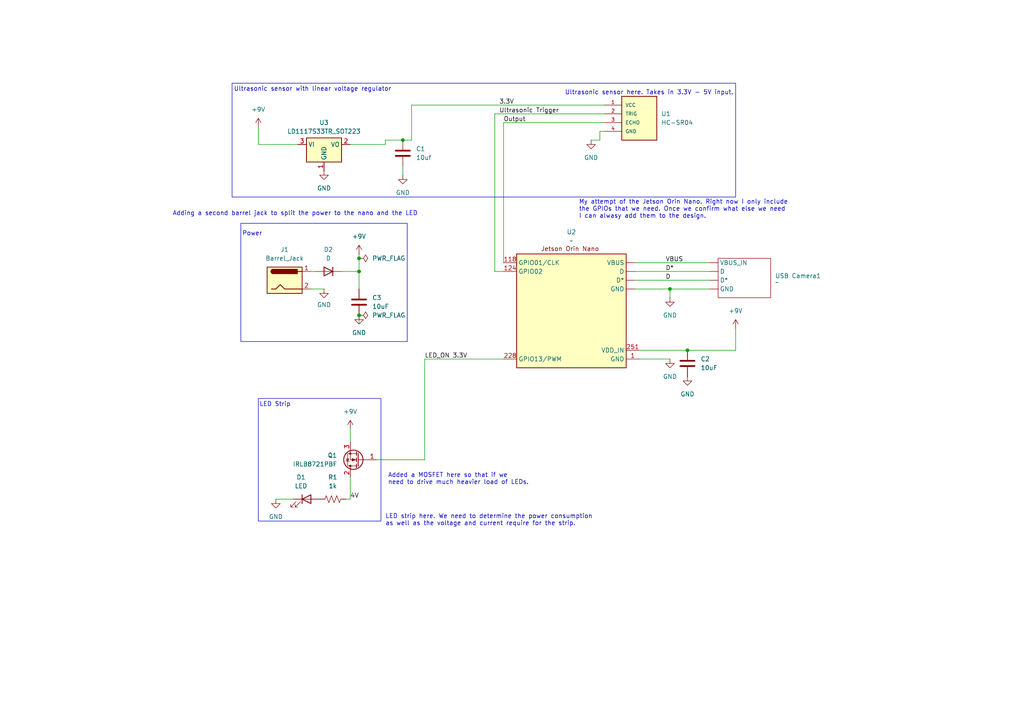
<source format=kicad_sch>
(kicad_sch
	(version 20231120)
	(generator "eeschema")
	(generator_version "8.0")
	(uuid "912fe9f9-2759-4805-8af5-3cb819096563")
	(paper "A4")
	(title_block
		(title "Emotion-Adaptive-Smart-Home")
		(date "2024-11-06")
		(rev "2")
		(company "ECE 411 - Team 6 ")
		(comment 1 "Kamal Smith")
		(comment 2 "Kilo Bao")
		(comment 3 "Luan Nguyen")
		(comment 4 "Samuel Shen")
	)
	(lib_symbols
		(symbol "CameraModule:USB_Camera"
			(exclude_from_sim no)
			(in_bom yes)
			(on_board yes)
			(property "Reference" "USB Camera1"
				(at 8.89 0.0001 0)
				(effects
					(font
						(size 1.27 1.27)
					)
					(justify left)
				)
			)
			(property "Value" "~"
				(at 8.89 -1.905 0)
				(effects
					(font
						(size 1.27 1.27)
					)
					(justify left)
				)
			)
			(property "Footprint" ""
				(at 0 0 0)
				(effects
					(font
						(size 1.27 1.27)
					)
					(hide yes)
				)
			)
			(property "Datasheet" ""
				(at 0 0 0)
				(effects
					(font
						(size 1.27 1.27)
					)
					(hide yes)
				)
			)
			(property "Description" ""
				(at 0 0 0)
				(effects
					(font
						(size 1.27 1.27)
					)
					(hide yes)
				)
			)
			(symbol "USB_Camera_0_1"
				(rectangle
					(start -7.62 5.08)
					(end 7.62 -6.35)
					(stroke
						(width 0)
						(type default)
					)
					(fill
						(type none)
					)
				)
			)
			(symbol "USB_Camera_1_1"
				(pin input line
					(at -10.16 1.27 0)
					(length 2.54)
					(name "D"
						(effects
							(font
								(size 1.27 1.27)
							)
						)
					)
					(number ""
						(effects
							(font
								(size 1.27 1.27)
							)
						)
					)
				)
				(pin input line
					(at -10.16 -1.27 0)
					(length 2.54)
					(name "D*"
						(effects
							(font
								(size 1.27 1.27)
							)
						)
					)
					(number ""
						(effects
							(font
								(size 1.27 1.27)
							)
						)
					)
				)
				(pin passive line
					(at -10.16 -3.81 0)
					(length 2.54)
					(name "GND"
						(effects
							(font
								(size 1.27 1.27)
							)
						)
					)
					(number ""
						(effects
							(font
								(size 1.27 1.27)
							)
						)
					)
				)
				(pin input line
					(at -10.16 3.81 0)
					(length 2.54)
					(name "VBUS_IN"
						(effects
							(font
								(size 1.27 1.27)
							)
						)
					)
					(number ""
						(effects
							(font
								(size 1.27 1.27)
							)
						)
					)
				)
			)
		)
		(symbol "Connector:Barrel_Jack"
			(pin_names
				(offset 1.016)
			)
			(exclude_from_sim no)
			(in_bom yes)
			(on_board yes)
			(property "Reference" "J"
				(at 0 5.334 0)
				(effects
					(font
						(size 1.27 1.27)
					)
				)
			)
			(property "Value" "Barrel_Jack"
				(at 0 -5.08 0)
				(effects
					(font
						(size 1.27 1.27)
					)
				)
			)
			(property "Footprint" ""
				(at 1.27 -1.016 0)
				(effects
					(font
						(size 1.27 1.27)
					)
					(hide yes)
				)
			)
			(property "Datasheet" "~"
				(at 1.27 -1.016 0)
				(effects
					(font
						(size 1.27 1.27)
					)
					(hide yes)
				)
			)
			(property "Description" "DC Barrel Jack"
				(at 0 0 0)
				(effects
					(font
						(size 1.27 1.27)
					)
					(hide yes)
				)
			)
			(property "ki_keywords" "DC power barrel jack connector"
				(at 0 0 0)
				(effects
					(font
						(size 1.27 1.27)
					)
					(hide yes)
				)
			)
			(property "ki_fp_filters" "BarrelJack*"
				(at 0 0 0)
				(effects
					(font
						(size 1.27 1.27)
					)
					(hide yes)
				)
			)
			(symbol "Barrel_Jack_0_1"
				(rectangle
					(start -5.08 3.81)
					(end 5.08 -3.81)
					(stroke
						(width 0.254)
						(type default)
					)
					(fill
						(type background)
					)
				)
				(arc
					(start -3.302 3.175)
					(mid -3.9343 2.54)
					(end -3.302 1.905)
					(stroke
						(width 0.254)
						(type default)
					)
					(fill
						(type none)
					)
				)
				(arc
					(start -3.302 3.175)
					(mid -3.9343 2.54)
					(end -3.302 1.905)
					(stroke
						(width 0.254)
						(type default)
					)
					(fill
						(type outline)
					)
				)
				(polyline
					(pts
						(xy 5.08 2.54) (xy 3.81 2.54)
					)
					(stroke
						(width 0.254)
						(type default)
					)
					(fill
						(type none)
					)
				)
				(polyline
					(pts
						(xy -3.81 -2.54) (xy -2.54 -2.54) (xy -1.27 -1.27) (xy 0 -2.54) (xy 2.54 -2.54) (xy 5.08 -2.54)
					)
					(stroke
						(width 0.254)
						(type default)
					)
					(fill
						(type none)
					)
				)
				(rectangle
					(start 3.683 3.175)
					(end -3.302 1.905)
					(stroke
						(width 0.254)
						(type default)
					)
					(fill
						(type outline)
					)
				)
			)
			(symbol "Barrel_Jack_1_1"
				(pin passive line
					(at 7.62 2.54 180)
					(length 2.54)
					(name "~"
						(effects
							(font
								(size 1.27 1.27)
							)
						)
					)
					(number "1"
						(effects
							(font
								(size 1.27 1.27)
							)
						)
					)
				)
				(pin passive line
					(at 7.62 -2.54 180)
					(length 2.54)
					(name "~"
						(effects
							(font
								(size 1.27 1.27)
							)
						)
					)
					(number "2"
						(effects
							(font
								(size 1.27 1.27)
							)
						)
					)
				)
			)
		)
		(symbol "Device:C"
			(pin_numbers hide)
			(pin_names
				(offset 0.254)
			)
			(exclude_from_sim no)
			(in_bom yes)
			(on_board yes)
			(property "Reference" "C"
				(at 0.635 2.54 0)
				(effects
					(font
						(size 1.27 1.27)
					)
					(justify left)
				)
			)
			(property "Value" "C"
				(at 0.635 -2.54 0)
				(effects
					(font
						(size 1.27 1.27)
					)
					(justify left)
				)
			)
			(property "Footprint" ""
				(at 0.9652 -3.81 0)
				(effects
					(font
						(size 1.27 1.27)
					)
					(hide yes)
				)
			)
			(property "Datasheet" "~"
				(at 0 0 0)
				(effects
					(font
						(size 1.27 1.27)
					)
					(hide yes)
				)
			)
			(property "Description" "Unpolarized capacitor"
				(at 0 0 0)
				(effects
					(font
						(size 1.27 1.27)
					)
					(hide yes)
				)
			)
			(property "ki_keywords" "cap capacitor"
				(at 0 0 0)
				(effects
					(font
						(size 1.27 1.27)
					)
					(hide yes)
				)
			)
			(property "ki_fp_filters" "C_*"
				(at 0 0 0)
				(effects
					(font
						(size 1.27 1.27)
					)
					(hide yes)
				)
			)
			(symbol "C_0_1"
				(polyline
					(pts
						(xy -2.032 -0.762) (xy 2.032 -0.762)
					)
					(stroke
						(width 0.508)
						(type default)
					)
					(fill
						(type none)
					)
				)
				(polyline
					(pts
						(xy -2.032 0.762) (xy 2.032 0.762)
					)
					(stroke
						(width 0.508)
						(type default)
					)
					(fill
						(type none)
					)
				)
			)
			(symbol "C_1_1"
				(pin passive line
					(at 0 3.81 270)
					(length 2.794)
					(name "~"
						(effects
							(font
								(size 1.27 1.27)
							)
						)
					)
					(number "1"
						(effects
							(font
								(size 1.27 1.27)
							)
						)
					)
				)
				(pin passive line
					(at 0 -3.81 90)
					(length 2.794)
					(name "~"
						(effects
							(font
								(size 1.27 1.27)
							)
						)
					)
					(number "2"
						(effects
							(font
								(size 1.27 1.27)
							)
						)
					)
				)
			)
		)
		(symbol "Device:D"
			(pin_numbers hide)
			(pin_names
				(offset 1.016) hide)
			(exclude_from_sim no)
			(in_bom yes)
			(on_board yes)
			(property "Reference" "D"
				(at 0 2.54 0)
				(effects
					(font
						(size 1.27 1.27)
					)
				)
			)
			(property "Value" "D"
				(at 0 -2.54 0)
				(effects
					(font
						(size 1.27 1.27)
					)
				)
			)
			(property "Footprint" ""
				(at 0 0 0)
				(effects
					(font
						(size 1.27 1.27)
					)
					(hide yes)
				)
			)
			(property "Datasheet" "~"
				(at 0 0 0)
				(effects
					(font
						(size 1.27 1.27)
					)
					(hide yes)
				)
			)
			(property "Description" "Diode"
				(at 0 0 0)
				(effects
					(font
						(size 1.27 1.27)
					)
					(hide yes)
				)
			)
			(property "Sim.Device" "D"
				(at 0 0 0)
				(effects
					(font
						(size 1.27 1.27)
					)
					(hide yes)
				)
			)
			(property "Sim.Pins" "1=K 2=A"
				(at 0 0 0)
				(effects
					(font
						(size 1.27 1.27)
					)
					(hide yes)
				)
			)
			(property "ki_keywords" "diode"
				(at 0 0 0)
				(effects
					(font
						(size 1.27 1.27)
					)
					(hide yes)
				)
			)
			(property "ki_fp_filters" "TO-???* *_Diode_* *SingleDiode* D_*"
				(at 0 0 0)
				(effects
					(font
						(size 1.27 1.27)
					)
					(hide yes)
				)
			)
			(symbol "D_0_1"
				(polyline
					(pts
						(xy -1.27 1.27) (xy -1.27 -1.27)
					)
					(stroke
						(width 0.254)
						(type default)
					)
					(fill
						(type none)
					)
				)
				(polyline
					(pts
						(xy 1.27 0) (xy -1.27 0)
					)
					(stroke
						(width 0)
						(type default)
					)
					(fill
						(type none)
					)
				)
				(polyline
					(pts
						(xy 1.27 1.27) (xy 1.27 -1.27) (xy -1.27 0) (xy 1.27 1.27)
					)
					(stroke
						(width 0.254)
						(type default)
					)
					(fill
						(type none)
					)
				)
			)
			(symbol "D_1_1"
				(pin passive line
					(at -3.81 0 0)
					(length 2.54)
					(name "K"
						(effects
							(font
								(size 1.27 1.27)
							)
						)
					)
					(number "1"
						(effects
							(font
								(size 1.27 1.27)
							)
						)
					)
				)
				(pin passive line
					(at 3.81 0 180)
					(length 2.54)
					(name "A"
						(effects
							(font
								(size 1.27 1.27)
							)
						)
					)
					(number "2"
						(effects
							(font
								(size 1.27 1.27)
							)
						)
					)
				)
			)
		)
		(symbol "Device:LED"
			(pin_numbers hide)
			(pin_names
				(offset 1.016) hide)
			(exclude_from_sim no)
			(in_bom yes)
			(on_board yes)
			(property "Reference" "D"
				(at 0 2.54 0)
				(effects
					(font
						(size 1.27 1.27)
					)
				)
			)
			(property "Value" "LED"
				(at 0 -2.54 0)
				(effects
					(font
						(size 1.27 1.27)
					)
				)
			)
			(property "Footprint" ""
				(at 0 0 0)
				(effects
					(font
						(size 1.27 1.27)
					)
					(hide yes)
				)
			)
			(property "Datasheet" "~"
				(at 0 0 0)
				(effects
					(font
						(size 1.27 1.27)
					)
					(hide yes)
				)
			)
			(property "Description" "Light emitting diode"
				(at 0 0 0)
				(effects
					(font
						(size 1.27 1.27)
					)
					(hide yes)
				)
			)
			(property "ki_keywords" "LED diode"
				(at 0 0 0)
				(effects
					(font
						(size 1.27 1.27)
					)
					(hide yes)
				)
			)
			(property "ki_fp_filters" "LED* LED_SMD:* LED_THT:*"
				(at 0 0 0)
				(effects
					(font
						(size 1.27 1.27)
					)
					(hide yes)
				)
			)
			(symbol "LED_0_1"
				(polyline
					(pts
						(xy -1.27 -1.27) (xy -1.27 1.27)
					)
					(stroke
						(width 0.254)
						(type default)
					)
					(fill
						(type none)
					)
				)
				(polyline
					(pts
						(xy -1.27 0) (xy 1.27 0)
					)
					(stroke
						(width 0)
						(type default)
					)
					(fill
						(type none)
					)
				)
				(polyline
					(pts
						(xy 1.27 -1.27) (xy 1.27 1.27) (xy -1.27 0) (xy 1.27 -1.27)
					)
					(stroke
						(width 0.254)
						(type default)
					)
					(fill
						(type none)
					)
				)
				(polyline
					(pts
						(xy -3.048 -0.762) (xy -4.572 -2.286) (xy -3.81 -2.286) (xy -4.572 -2.286) (xy -4.572 -1.524)
					)
					(stroke
						(width 0)
						(type default)
					)
					(fill
						(type none)
					)
				)
				(polyline
					(pts
						(xy -1.778 -0.762) (xy -3.302 -2.286) (xy -2.54 -2.286) (xy -3.302 -2.286) (xy -3.302 -1.524)
					)
					(stroke
						(width 0)
						(type default)
					)
					(fill
						(type none)
					)
				)
			)
			(symbol "LED_1_1"
				(pin passive line
					(at -3.81 0 0)
					(length 2.54)
					(name "K"
						(effects
							(font
								(size 1.27 1.27)
							)
						)
					)
					(number "1"
						(effects
							(font
								(size 1.27 1.27)
							)
						)
					)
				)
				(pin passive line
					(at 3.81 0 180)
					(length 2.54)
					(name "A"
						(effects
							(font
								(size 1.27 1.27)
							)
						)
					)
					(number "2"
						(effects
							(font
								(size 1.27 1.27)
							)
						)
					)
				)
			)
		)
		(symbol "Device:R_US"
			(pin_numbers hide)
			(pin_names
				(offset 0)
			)
			(exclude_from_sim no)
			(in_bom yes)
			(on_board yes)
			(property "Reference" "R"
				(at 2.54 0 90)
				(effects
					(font
						(size 1.27 1.27)
					)
				)
			)
			(property "Value" "R_US"
				(at -2.54 0 90)
				(effects
					(font
						(size 1.27 1.27)
					)
				)
			)
			(property "Footprint" ""
				(at 1.016 -0.254 90)
				(effects
					(font
						(size 1.27 1.27)
					)
					(hide yes)
				)
			)
			(property "Datasheet" "~"
				(at 0 0 0)
				(effects
					(font
						(size 1.27 1.27)
					)
					(hide yes)
				)
			)
			(property "Description" "Resistor, US symbol"
				(at 0 0 0)
				(effects
					(font
						(size 1.27 1.27)
					)
					(hide yes)
				)
			)
			(property "ki_keywords" "R res resistor"
				(at 0 0 0)
				(effects
					(font
						(size 1.27 1.27)
					)
					(hide yes)
				)
			)
			(property "ki_fp_filters" "R_*"
				(at 0 0 0)
				(effects
					(font
						(size 1.27 1.27)
					)
					(hide yes)
				)
			)
			(symbol "R_US_0_1"
				(polyline
					(pts
						(xy 0 -2.286) (xy 0 -2.54)
					)
					(stroke
						(width 0)
						(type default)
					)
					(fill
						(type none)
					)
				)
				(polyline
					(pts
						(xy 0 2.286) (xy 0 2.54)
					)
					(stroke
						(width 0)
						(type default)
					)
					(fill
						(type none)
					)
				)
				(polyline
					(pts
						(xy 0 -0.762) (xy 1.016 -1.143) (xy 0 -1.524) (xy -1.016 -1.905) (xy 0 -2.286)
					)
					(stroke
						(width 0)
						(type default)
					)
					(fill
						(type none)
					)
				)
				(polyline
					(pts
						(xy 0 0.762) (xy 1.016 0.381) (xy 0 0) (xy -1.016 -0.381) (xy 0 -0.762)
					)
					(stroke
						(width 0)
						(type default)
					)
					(fill
						(type none)
					)
				)
				(polyline
					(pts
						(xy 0 2.286) (xy 1.016 1.905) (xy 0 1.524) (xy -1.016 1.143) (xy 0 0.762)
					)
					(stroke
						(width 0)
						(type default)
					)
					(fill
						(type none)
					)
				)
			)
			(symbol "R_US_1_1"
				(pin passive line
					(at 0 3.81 270)
					(length 1.27)
					(name "~"
						(effects
							(font
								(size 1.27 1.27)
							)
						)
					)
					(number "1"
						(effects
							(font
								(size 1.27 1.27)
							)
						)
					)
				)
				(pin passive line
					(at 0 -3.81 90)
					(length 1.27)
					(name "~"
						(effects
							(font
								(size 1.27 1.27)
							)
						)
					)
					(number "2"
						(effects
							(font
								(size 1.27 1.27)
							)
						)
					)
				)
			)
		)
		(symbol "HC-SR04:HC-SR04"
			(pin_names
				(offset 1.016)
			)
			(exclude_from_sim no)
			(in_bom yes)
			(on_board yes)
			(property "Reference" "U"
				(at 0 5.0813 0)
				(effects
					(font
						(size 1.27 1.27)
					)
					(justify left bottom)
				)
			)
			(property "Value" "HC-SR04"
				(at 0 -10.163 0)
				(effects
					(font
						(size 1.27 1.27)
					)
					(justify left bottom)
				)
			)
			(property "Footprint" "HC-SR04:XCVR_HC-SR04"
				(at 0 0 0)
				(effects
					(font
						(size 1.27 1.27)
					)
					(justify bottom)
					(hide yes)
				)
			)
			(property "Datasheet" ""
				(at 0 0 0)
				(effects
					(font
						(size 1.27 1.27)
					)
					(hide yes)
				)
			)
			(property "Description" ""
				(at 0 0 0)
				(effects
					(font
						(size 1.27 1.27)
					)
					(hide yes)
				)
			)
			(property "MF" "SparkFun Electronics"
				(at 0 0 0)
				(effects
					(font
						(size 1.27 1.27)
					)
					(justify bottom)
					(hide yes)
				)
			)
			(property "Description_1" "\n                        \n                            HC-SR04 Ultrasonic Sensor Qwiic Platform Evaluation Expansion Board\n                        \n"
				(at 0 0 0)
				(effects
					(font
						(size 1.27 1.27)
					)
					(justify bottom)
					(hide yes)
				)
			)
			(property "Package" "None"
				(at 0 0 0)
				(effects
					(font
						(size 1.27 1.27)
					)
					(justify bottom)
					(hide yes)
				)
			)
			(property "Price" "None"
				(at 0 0 0)
				(effects
					(font
						(size 1.27 1.27)
					)
					(justify bottom)
					(hide yes)
				)
			)
			(property "Check_prices" "https://www.snapeda.com/parts/HC-SR04/SparkFun+Electronics/view-part/?ref=eda"
				(at 0 0 0)
				(effects
					(font
						(size 1.27 1.27)
					)
					(justify bottom)
					(hide yes)
				)
			)
			(property "SnapEDA_Link" "https://www.snapeda.com/parts/HC-SR04/SparkFun+Electronics/view-part/?ref=snap"
				(at 0 0 0)
				(effects
					(font
						(size 1.27 1.27)
					)
					(justify bottom)
					(hide yes)
				)
			)
			(property "MP" "HC-SR04"
				(at 0 0 0)
				(effects
					(font
						(size 1.27 1.27)
					)
					(justify bottom)
					(hide yes)
				)
			)
			(property "Availability" "Not in stock"
				(at 0 0 0)
				(effects
					(font
						(size 1.27 1.27)
					)
					(justify bottom)
					(hide yes)
				)
			)
			(property "MANUFACTURER" "Osepp"
				(at 0 0 0)
				(effects
					(font
						(size 1.27 1.27)
					)
					(justify bottom)
					(hide yes)
				)
			)
			(symbol "HC-SR04_0_0"
				(rectangle
					(start 0 -7.62)
					(end 10.16 5.08)
					(stroke
						(width 0.254)
						(type default)
					)
					(fill
						(type background)
					)
				)
				(pin power_in line
					(at -5.08 2.54 0)
					(length 5.08)
					(name "VCC"
						(effects
							(font
								(size 1.016 1.016)
							)
						)
					)
					(number "1"
						(effects
							(font
								(size 1.016 1.016)
							)
						)
					)
				)
				(pin bidirectional line
					(at -5.08 0 0)
					(length 5.08)
					(name "TRIG"
						(effects
							(font
								(size 1.016 1.016)
							)
						)
					)
					(number "2"
						(effects
							(font
								(size 1.016 1.016)
							)
						)
					)
				)
				(pin bidirectional line
					(at -5.08 -2.54 0)
					(length 5.08)
					(name "ECHO"
						(effects
							(font
								(size 1.016 1.016)
							)
						)
					)
					(number "3"
						(effects
							(font
								(size 1.016 1.016)
							)
						)
					)
				)
				(pin power_in line
					(at -5.08 -5.08 0)
					(length 5.08)
					(name "GND"
						(effects
							(font
								(size 1.016 1.016)
							)
						)
					)
					(number "4"
						(effects
							(font
								(size 1.016 1.016)
							)
						)
					)
				)
			)
		)
		(symbol "Regulator_Linear:LD1117S33TR_SOT223"
			(exclude_from_sim no)
			(in_bom yes)
			(on_board yes)
			(property "Reference" "U"
				(at -3.81 3.175 0)
				(effects
					(font
						(size 1.27 1.27)
					)
				)
			)
			(property "Value" "LD1117S33TR_SOT223"
				(at 0 3.175 0)
				(effects
					(font
						(size 1.27 1.27)
					)
					(justify left)
				)
			)
			(property "Footprint" "Package_TO_SOT_SMD:SOT-223-3_TabPin2"
				(at 0 5.08 0)
				(effects
					(font
						(size 1.27 1.27)
					)
					(hide yes)
				)
			)
			(property "Datasheet" "http://www.st.com/st-web-ui/static/active/en/resource/technical/document/datasheet/CD00000544.pdf"
				(at 2.54 -6.35 0)
				(effects
					(font
						(size 1.27 1.27)
					)
					(hide yes)
				)
			)
			(property "Description" "800mA Fixed Low Drop Positive Voltage Regulator, Fixed Output 3.3V, SOT-223"
				(at 0 0 0)
				(effects
					(font
						(size 1.27 1.27)
					)
					(hide yes)
				)
			)
			(property "ki_keywords" "REGULATOR LDO 3.3V"
				(at 0 0 0)
				(effects
					(font
						(size 1.27 1.27)
					)
					(hide yes)
				)
			)
			(property "ki_fp_filters" "SOT?223*TabPin2*"
				(at 0 0 0)
				(effects
					(font
						(size 1.27 1.27)
					)
					(hide yes)
				)
			)
			(symbol "LD1117S33TR_SOT223_0_1"
				(rectangle
					(start -5.08 -5.08)
					(end 5.08 1.905)
					(stroke
						(width 0.254)
						(type default)
					)
					(fill
						(type background)
					)
				)
			)
			(symbol "LD1117S33TR_SOT223_1_1"
				(pin power_in line
					(at 0 -7.62 90)
					(length 2.54)
					(name "GND"
						(effects
							(font
								(size 1.27 1.27)
							)
						)
					)
					(number "1"
						(effects
							(font
								(size 1.27 1.27)
							)
						)
					)
				)
				(pin power_out line
					(at 7.62 0 180)
					(length 2.54)
					(name "VO"
						(effects
							(font
								(size 1.27 1.27)
							)
						)
					)
					(number "2"
						(effects
							(font
								(size 1.27 1.27)
							)
						)
					)
				)
				(pin power_in line
					(at -7.62 0 0)
					(length 2.54)
					(name "VI"
						(effects
							(font
								(size 1.27 1.27)
							)
						)
					)
					(number "3"
						(effects
							(font
								(size 1.27 1.27)
							)
						)
					)
				)
			)
		)
		(symbol "Transistor_FET:IRLB8721PBF"
			(pin_names hide)
			(exclude_from_sim no)
			(in_bom yes)
			(on_board yes)
			(property "Reference" "Q"
				(at 5.08 1.905 0)
				(effects
					(font
						(size 1.27 1.27)
					)
					(justify left)
				)
			)
			(property "Value" "IRLB8721PBF"
				(at 5.08 0 0)
				(effects
					(font
						(size 1.27 1.27)
					)
					(justify left)
				)
			)
			(property "Footprint" "Package_TO_SOT_THT:TO-220-3_Vertical"
				(at 5.08 -1.905 0)
				(effects
					(font
						(size 1.27 1.27)
						(italic yes)
					)
					(justify left)
					(hide yes)
				)
			)
			(property "Datasheet" "http://www.infineon.com/dgdl/irlb8721pbf.pdf?fileId=5546d462533600a40153566056732591"
				(at 5.08 -3.81 0)
				(effects
					(font
						(size 1.27 1.27)
					)
					(justify left)
					(hide yes)
				)
			)
			(property "Description" "62A Id, 30V Vds, 8.7 mOhm Rds, N-Channel HEXFET Power MOSFET, TO-220"
				(at 0 0 0)
				(effects
					(font
						(size 1.27 1.27)
					)
					(hide yes)
				)
			)
			(property "ki_keywords" "N-Channel HEXFET MOSFET Logic-Level"
				(at 0 0 0)
				(effects
					(font
						(size 1.27 1.27)
					)
					(hide yes)
				)
			)
			(property "ki_fp_filters" "TO?220*"
				(at 0 0 0)
				(effects
					(font
						(size 1.27 1.27)
					)
					(hide yes)
				)
			)
			(symbol "IRLB8721PBF_0_1"
				(polyline
					(pts
						(xy 0.254 0) (xy -2.54 0)
					)
					(stroke
						(width 0)
						(type default)
					)
					(fill
						(type none)
					)
				)
				(polyline
					(pts
						(xy 0.254 1.905) (xy 0.254 -1.905)
					)
					(stroke
						(width 0.254)
						(type default)
					)
					(fill
						(type none)
					)
				)
				(polyline
					(pts
						(xy 0.762 -1.27) (xy 0.762 -2.286)
					)
					(stroke
						(width 0.254)
						(type default)
					)
					(fill
						(type none)
					)
				)
				(polyline
					(pts
						(xy 0.762 0.508) (xy 0.762 -0.508)
					)
					(stroke
						(width 0.254)
						(type default)
					)
					(fill
						(type none)
					)
				)
				(polyline
					(pts
						(xy 0.762 2.286) (xy 0.762 1.27)
					)
					(stroke
						(width 0.254)
						(type default)
					)
					(fill
						(type none)
					)
				)
				(polyline
					(pts
						(xy 2.54 2.54) (xy 2.54 1.778)
					)
					(stroke
						(width 0)
						(type default)
					)
					(fill
						(type none)
					)
				)
				(polyline
					(pts
						(xy 2.54 -2.54) (xy 2.54 0) (xy 0.762 0)
					)
					(stroke
						(width 0)
						(type default)
					)
					(fill
						(type none)
					)
				)
				(polyline
					(pts
						(xy 0.762 -1.778) (xy 3.302 -1.778) (xy 3.302 1.778) (xy 0.762 1.778)
					)
					(stroke
						(width 0)
						(type default)
					)
					(fill
						(type none)
					)
				)
				(polyline
					(pts
						(xy 1.016 0) (xy 2.032 0.381) (xy 2.032 -0.381) (xy 1.016 0)
					)
					(stroke
						(width 0)
						(type default)
					)
					(fill
						(type outline)
					)
				)
				(polyline
					(pts
						(xy 2.794 0.508) (xy 2.921 0.381) (xy 3.683 0.381) (xy 3.81 0.254)
					)
					(stroke
						(width 0)
						(type default)
					)
					(fill
						(type none)
					)
				)
				(polyline
					(pts
						(xy 3.302 0.381) (xy 2.921 -0.254) (xy 3.683 -0.254) (xy 3.302 0.381)
					)
					(stroke
						(width 0)
						(type default)
					)
					(fill
						(type none)
					)
				)
				(circle
					(center 1.651 0)
					(radius 2.794)
					(stroke
						(width 0.254)
						(type default)
					)
					(fill
						(type none)
					)
				)
				(circle
					(center 2.54 -1.778)
					(radius 0.254)
					(stroke
						(width 0)
						(type default)
					)
					(fill
						(type outline)
					)
				)
				(circle
					(center 2.54 1.778)
					(radius 0.254)
					(stroke
						(width 0)
						(type default)
					)
					(fill
						(type outline)
					)
				)
			)
			(symbol "IRLB8721PBF_1_1"
				(pin input line
					(at -5.08 0 0)
					(length 2.54)
					(name "G"
						(effects
							(font
								(size 1.27 1.27)
							)
						)
					)
					(number "1"
						(effects
							(font
								(size 1.27 1.27)
							)
						)
					)
				)
				(pin passive line
					(at 2.54 5.08 270)
					(length 2.54)
					(name "D"
						(effects
							(font
								(size 1.27 1.27)
							)
						)
					)
					(number "2"
						(effects
							(font
								(size 1.27 1.27)
							)
						)
					)
				)
				(pin passive line
					(at 2.54 -5.08 90)
					(length 2.54)
					(name "S"
						(effects
							(font
								(size 1.27 1.27)
							)
						)
					)
					(number "3"
						(effects
							(font
								(size 1.27 1.27)
							)
						)
					)
				)
			)
		)
		(symbol "jetson_orin_nano:Jetson_Orin_Nano"
			(exclude_from_sim no)
			(in_bom yes)
			(on_board yes)
			(property "Reference" "U2"
				(at 0.635 5.08 0)
				(effects
					(font
						(size 1.27 1.27)
					)
				)
			)
			(property "Value" "~"
				(at 0.635 2.54 0)
				(effects
					(font
						(size 1.27 1.27)
					)
				)
			)
			(property "Footprint" ""
				(at 0 0 0)
				(effects
					(font
						(size 1.27 1.27)
					)
					(hide yes)
				)
			)
			(property "Datasheet" ""
				(at 0 0 0)
				(effects
					(font
						(size 1.27 1.27)
					)
					(hide yes)
				)
			)
			(property "Description" ""
				(at 0 0 0)
				(effects
					(font
						(size 1.27 1.27)
					)
					(hide yes)
				)
			)
			(symbol "Jetson_Orin_Nano_1_1"
				(rectangle
					(start -15.24 -1.27)
					(end 16.51 -34.29)
					(stroke
						(width 0.254)
						(type default)
					)
					(fill
						(type background)
					)
				)
				(text "Jetson Orin Nano"
					(at 0.254 0.254 0)
					(effects
						(font
							(size 1.27 1.27)
						)
					)
				)
				(pin output line
					(at 19.05 -6.35 180)
					(length 2.54)
					(name "D"
						(effects
							(font
								(size 1.27 1.27)
							)
						)
					)
					(number ""
						(effects
							(font
								(size 1.27 1.27)
							)
						)
					)
				)
				(pin output line
					(at 19.05 -8.89 180)
					(length 2.54)
					(name "D*"
						(effects
							(font
								(size 1.27 1.27)
							)
						)
					)
					(number ""
						(effects
							(font
								(size 1.27 1.27)
							)
						)
					)
				)
				(pin passive line
					(at 19.05 -11.43 180)
					(length 2.54)
					(name "GND"
						(effects
							(font
								(size 1.27 1.27)
							)
						)
					)
					(number ""
						(effects
							(font
								(size 1.27 1.27)
							)
						)
					)
				)
				(pin output line
					(at 19.05 -3.81 180)
					(length 2.54)
					(name "VBUS"
						(effects
							(font
								(size 1.27 1.27)
							)
						)
					)
					(number ""
						(effects
							(font
								(size 1.27 1.27)
							)
						)
					)
				)
				(pin passive line
					(at 20.32 -31.75 180)
					(length 3.81)
					(name "GND"
						(effects
							(font
								(size 1.27 1.27)
							)
						)
					)
					(number "1"
						(effects
							(font
								(size 1.27 1.27)
							)
						)
					)
				)
				(pin passive line
					(at -19.05 -3.81 0)
					(length 3.81)
					(name "GPIO01/CLK"
						(effects
							(font
								(size 1.27 1.27)
							)
						)
					)
					(number "118"
						(effects
							(font
								(size 1.27 1.27)
							)
						)
					)
					(alternate "GPIO01" passive line)
					(alternate "GPIO01(CLK)" passive line)
				)
				(pin passive line
					(at -19.05 -6.35 0)
					(length 3.81)
					(name "GPIO02"
						(effects
							(font
								(size 1.27 1.27)
							)
						)
					)
					(number "124"
						(effects
							(font
								(size 1.27 1.27)
							)
						)
					)
				)
				(pin passive line
					(at -19.05 -31.75 0)
					(length 3.81)
					(name "GPIO13/PWM"
						(effects
							(font
								(size 1.27 1.27)
							)
						)
					)
					(number "228"
						(effects
							(font
								(size 1.27 1.27)
							)
						)
					)
					(alternate "GPIO13" passive line)
					(alternate "GPIO13(PWM)" passive line)
				)
				(pin power_in line
					(at 20.32 -29.21 180)
					(length 3.81)
					(name "VDD_IN"
						(effects
							(font
								(size 1.27 1.27)
							)
						)
					)
					(number "251"
						(effects
							(font
								(size 1.27 1.27)
							)
						)
					)
				)
			)
		)
		(symbol "power:+9V"
			(power)
			(pin_numbers hide)
			(pin_names
				(offset 0) hide)
			(exclude_from_sim no)
			(in_bom yes)
			(on_board yes)
			(property "Reference" "#PWR"
				(at 0 -3.81 0)
				(effects
					(font
						(size 1.27 1.27)
					)
					(hide yes)
				)
			)
			(property "Value" "+9V"
				(at 0 3.556 0)
				(effects
					(font
						(size 1.27 1.27)
					)
				)
			)
			(property "Footprint" ""
				(at 0 0 0)
				(effects
					(font
						(size 1.27 1.27)
					)
					(hide yes)
				)
			)
			(property "Datasheet" ""
				(at 0 0 0)
				(effects
					(font
						(size 1.27 1.27)
					)
					(hide yes)
				)
			)
			(property "Description" "Power symbol creates a global label with name \"+9V\""
				(at 0 0 0)
				(effects
					(font
						(size 1.27 1.27)
					)
					(hide yes)
				)
			)
			(property "ki_keywords" "global power"
				(at 0 0 0)
				(effects
					(font
						(size 1.27 1.27)
					)
					(hide yes)
				)
			)
			(symbol "+9V_0_1"
				(polyline
					(pts
						(xy -0.762 1.27) (xy 0 2.54)
					)
					(stroke
						(width 0)
						(type default)
					)
					(fill
						(type none)
					)
				)
				(polyline
					(pts
						(xy 0 0) (xy 0 2.54)
					)
					(stroke
						(width 0)
						(type default)
					)
					(fill
						(type none)
					)
				)
				(polyline
					(pts
						(xy 0 2.54) (xy 0.762 1.27)
					)
					(stroke
						(width 0)
						(type default)
					)
					(fill
						(type none)
					)
				)
			)
			(symbol "+9V_1_1"
				(pin power_in line
					(at 0 0 90)
					(length 0)
					(name "~"
						(effects
							(font
								(size 1.27 1.27)
							)
						)
					)
					(number "1"
						(effects
							(font
								(size 1.27 1.27)
							)
						)
					)
				)
			)
		)
		(symbol "power:GND"
			(power)
			(pin_numbers hide)
			(pin_names
				(offset 0) hide)
			(exclude_from_sim no)
			(in_bom yes)
			(on_board yes)
			(property "Reference" "#PWR"
				(at 0 -6.35 0)
				(effects
					(font
						(size 1.27 1.27)
					)
					(hide yes)
				)
			)
			(property "Value" "GND"
				(at 0 -3.81 0)
				(effects
					(font
						(size 1.27 1.27)
					)
				)
			)
			(property "Footprint" ""
				(at 0 0 0)
				(effects
					(font
						(size 1.27 1.27)
					)
					(hide yes)
				)
			)
			(property "Datasheet" ""
				(at 0 0 0)
				(effects
					(font
						(size 1.27 1.27)
					)
					(hide yes)
				)
			)
			(property "Description" "Power symbol creates a global label with name \"GND\" , ground"
				(at 0 0 0)
				(effects
					(font
						(size 1.27 1.27)
					)
					(hide yes)
				)
			)
			(property "ki_keywords" "global power"
				(at 0 0 0)
				(effects
					(font
						(size 1.27 1.27)
					)
					(hide yes)
				)
			)
			(symbol "GND_0_1"
				(polyline
					(pts
						(xy 0 0) (xy 0 -1.27) (xy 1.27 -1.27) (xy 0 -2.54) (xy -1.27 -1.27) (xy 0 -1.27)
					)
					(stroke
						(width 0)
						(type default)
					)
					(fill
						(type none)
					)
				)
			)
			(symbol "GND_1_1"
				(pin power_in line
					(at 0 0 270)
					(length 0)
					(name "~"
						(effects
							(font
								(size 1.27 1.27)
							)
						)
					)
					(number "1"
						(effects
							(font
								(size 1.27 1.27)
							)
						)
					)
				)
			)
		)
		(symbol "power:PWR_FLAG"
			(power)
			(pin_numbers hide)
			(pin_names
				(offset 0) hide)
			(exclude_from_sim no)
			(in_bom yes)
			(on_board yes)
			(property "Reference" "#FLG"
				(at 0 1.905 0)
				(effects
					(font
						(size 1.27 1.27)
					)
					(hide yes)
				)
			)
			(property "Value" "PWR_FLAG"
				(at 0 3.81 0)
				(effects
					(font
						(size 1.27 1.27)
					)
				)
			)
			(property "Footprint" ""
				(at 0 0 0)
				(effects
					(font
						(size 1.27 1.27)
					)
					(hide yes)
				)
			)
			(property "Datasheet" "~"
				(at 0 0 0)
				(effects
					(font
						(size 1.27 1.27)
					)
					(hide yes)
				)
			)
			(property "Description" "Special symbol for telling ERC where power comes from"
				(at 0 0 0)
				(effects
					(font
						(size 1.27 1.27)
					)
					(hide yes)
				)
			)
			(property "ki_keywords" "flag power"
				(at 0 0 0)
				(effects
					(font
						(size 1.27 1.27)
					)
					(hide yes)
				)
			)
			(symbol "PWR_FLAG_0_0"
				(pin power_out line
					(at 0 0 90)
					(length 0)
					(name "~"
						(effects
							(font
								(size 1.27 1.27)
							)
						)
					)
					(number "1"
						(effects
							(font
								(size 1.27 1.27)
							)
						)
					)
				)
			)
			(symbol "PWR_FLAG_0_1"
				(polyline
					(pts
						(xy 0 0) (xy 0 1.27) (xy -1.016 1.905) (xy 0 2.54) (xy 1.016 1.905) (xy 0 1.27)
					)
					(stroke
						(width 0)
						(type default)
					)
					(fill
						(type none)
					)
				)
			)
		)
	)
	(junction
		(at 104.14 78.74)
		(diameter 0)
		(color 0 0 0 0)
		(uuid "001eee3d-8b8e-49f1-8577-6651171a3796")
	)
	(junction
		(at 104.14 74.93)
		(diameter 0)
		(color 0 0 0 0)
		(uuid "444b206f-d7f1-4ca8-831a-2dbf03ecf50c")
	)
	(junction
		(at 199.39 101.6)
		(diameter 0)
		(color 0 0 0 0)
		(uuid "740ac697-a7ad-4904-ac39-492b5313d278")
	)
	(junction
		(at 104.14 91.44)
		(diameter 0)
		(color 0 0 0 0)
		(uuid "776ae7ff-5328-45ed-a4b5-5bec0ec7b87e")
	)
	(junction
		(at 194.31 83.82)
		(diameter 0)
		(color 0 0 0 0)
		(uuid "9329f47f-8b3f-4edc-b9d1-71ce165362b2")
	)
	(junction
		(at 116.84 40.64)
		(diameter 0)
		(color 0 0 0 0)
		(uuid "eb9c45a3-7e60-4f29-86c6-399ef00b07c7")
	)
	(wire
		(pts
			(xy 104.14 73.66) (xy 104.14 74.93)
		)
		(stroke
			(width 0)
			(type default)
		)
		(uuid "0087141d-d096-46c2-b952-8da662d74724")
	)
	(wire
		(pts
			(xy 111.76 41.91) (xy 111.76 40.64)
		)
		(stroke
			(width 0)
			(type default)
		)
		(uuid "0ab211fd-e0a9-48db-99de-539c98bccf08")
	)
	(wire
		(pts
			(xy 185.42 101.6) (xy 199.39 101.6)
		)
		(stroke
			(width 0)
			(type default)
		)
		(uuid "0b448cfc-57d1-4dac-958e-39fc713a91d7")
	)
	(wire
		(pts
			(xy 175.26 33.02) (xy 143.51 33.02)
		)
		(stroke
			(width 0)
			(type default)
		)
		(uuid "1cc618f6-b572-419b-b5a4-c5f89b3a109f")
	)
	(wire
		(pts
			(xy 143.51 33.02) (xy 143.51 78.74)
		)
		(stroke
			(width 0)
			(type default)
		)
		(uuid "37933352-c52c-4bd6-bc43-ce9b09133824")
	)
	(wire
		(pts
			(xy 119.38 30.48) (xy 119.38 40.64)
		)
		(stroke
			(width 0)
			(type default)
		)
		(uuid "37f614e8-cabd-438d-856d-4652bde7639b")
	)
	(wire
		(pts
			(xy 173.99 40.64) (xy 171.45 40.64)
		)
		(stroke
			(width 0)
			(type default)
		)
		(uuid "3d7723a0-870d-4cf8-bdbc-fc671e9613e8")
	)
	(wire
		(pts
			(xy 99.06 78.74) (xy 104.14 78.74)
		)
		(stroke
			(width 0)
			(type default)
		)
		(uuid "46ffdebe-97f1-4602-a017-232e1e75a95b")
	)
	(wire
		(pts
			(xy 194.31 83.82) (xy 205.74 83.82)
		)
		(stroke
			(width 0)
			(type default)
		)
		(uuid "4cb979bd-242e-4057-a23e-b61830d6fc02")
	)
	(wire
		(pts
			(xy 90.17 78.74) (xy 91.44 78.74)
		)
		(stroke
			(width 0)
			(type default)
		)
		(uuid "4e6af26b-37eb-47f4-ba81-ac395dd4e0ae")
	)
	(wire
		(pts
			(xy 104.14 93.98) (xy 104.14 91.44)
		)
		(stroke
			(width 0)
			(type default)
		)
		(uuid "527b0c37-7c5b-48f9-8f33-74721ff097c4")
	)
	(wire
		(pts
			(xy 146.05 35.56) (xy 146.05 76.2)
		)
		(stroke
			(width 0)
			(type default)
		)
		(uuid "5686583a-d378-4286-82c8-565cfe482fa4")
	)
	(wire
		(pts
			(xy 173.99 38.1) (xy 175.26 38.1)
		)
		(stroke
			(width 0)
			(type default)
		)
		(uuid "5b0aeb85-5557-4287-a4b9-3e006203816f")
	)
	(wire
		(pts
			(xy 184.15 76.2) (xy 205.74 76.2)
		)
		(stroke
			(width 0)
			(type default)
		)
		(uuid "5b19d2bf-d0de-456c-9819-24fd3da76a63")
	)
	(wire
		(pts
			(xy 109.22 133.35) (xy 123.19 133.35)
		)
		(stroke
			(width 0)
			(type default)
		)
		(uuid "66c26571-a431-4f90-98c6-d1485a5e8ce4")
	)
	(wire
		(pts
			(xy 74.93 41.91) (xy 86.36 41.91)
		)
		(stroke
			(width 0)
			(type default)
		)
		(uuid "6758892c-8258-4382-ab66-7fe26da34348")
	)
	(wire
		(pts
			(xy 185.42 104.14) (xy 194.31 104.14)
		)
		(stroke
			(width 0)
			(type default)
		)
		(uuid "8322bf0f-82ce-4f08-8ccb-b0dba58ab473")
	)
	(wire
		(pts
			(xy 184.15 78.74) (xy 205.74 78.74)
		)
		(stroke
			(width 0)
			(type default)
		)
		(uuid "87b2ba52-befe-4d5a-9a14-993808bc1a96")
	)
	(wire
		(pts
			(xy 173.99 38.1) (xy 173.99 40.64)
		)
		(stroke
			(width 0)
			(type default)
		)
		(uuid "a1319af4-40db-47b2-b580-7202bdae02fd")
	)
	(wire
		(pts
			(xy 184.15 83.82) (xy 194.31 83.82)
		)
		(stroke
			(width 0)
			(type default)
		)
		(uuid "a62d0aa9-3315-4d0c-b6a2-c21fa0df9eb0")
	)
	(wire
		(pts
			(xy 116.84 48.26) (xy 116.84 50.8)
		)
		(stroke
			(width 0)
			(type default)
		)
		(uuid "a8de1b1a-8923-4ac9-a31a-64536777b56a")
	)
	(wire
		(pts
			(xy 119.38 40.64) (xy 116.84 40.64)
		)
		(stroke
			(width 0)
			(type default)
		)
		(uuid "abb2c1a4-8181-48ef-af39-d832d0f97336")
	)
	(wire
		(pts
			(xy 194.31 83.82) (xy 194.31 86.36)
		)
		(stroke
			(width 0)
			(type default)
		)
		(uuid "ac546897-ca0a-419e-9854-e6ebc1b2d7ff")
	)
	(wire
		(pts
			(xy 175.26 35.56) (xy 146.05 35.56)
		)
		(stroke
			(width 0)
			(type default)
		)
		(uuid "b1b9c59d-83ff-444e-ac25-278c9c5d8a02")
	)
	(wire
		(pts
			(xy 213.36 101.6) (xy 213.36 95.25)
		)
		(stroke
			(width 0)
			(type default)
		)
		(uuid "b5ec3ac1-b8e8-4ac8-b16f-53bd255aea06")
	)
	(wire
		(pts
			(xy 199.39 101.6) (xy 213.36 101.6)
		)
		(stroke
			(width 0)
			(type default)
		)
		(uuid "b9e21b12-8641-4338-bbe5-fcc28564e205")
	)
	(wire
		(pts
			(xy 101.6 138.43) (xy 101.6 144.78)
		)
		(stroke
			(width 0)
			(type default)
		)
		(uuid "c01f0a4d-84e5-4a42-96bc-aeb1f269f39d")
	)
	(wire
		(pts
			(xy 184.15 81.28) (xy 205.74 81.28)
		)
		(stroke
			(width 0)
			(type default)
		)
		(uuid "c6dfcd33-2c50-4bb3-8dfb-41abb9db9603")
	)
	(wire
		(pts
			(xy 104.14 78.74) (xy 104.14 83.82)
		)
		(stroke
			(width 0)
			(type default)
		)
		(uuid "c6fee59f-b383-437b-9983-1f83ae264f31")
	)
	(wire
		(pts
			(xy 74.93 36.83) (xy 74.93 41.91)
		)
		(stroke
			(width 0)
			(type default)
		)
		(uuid "d20c6c32-e87d-439e-b365-d12ad1e74977")
	)
	(wire
		(pts
			(xy 101.6 124.46) (xy 101.6 128.27)
		)
		(stroke
			(width 0)
			(type default)
		)
		(uuid "d4609436-60ea-4aa3-8a1c-b774f81ca697")
	)
	(wire
		(pts
			(xy 101.6 144.78) (xy 100.33 144.78)
		)
		(stroke
			(width 0)
			(type default)
		)
		(uuid "d726bfe0-f69f-4d4c-b2ec-aee76235b26d")
	)
	(wire
		(pts
			(xy 85.09 144.78) (xy 80.01 144.78)
		)
		(stroke
			(width 0)
			(type default)
		)
		(uuid "d7da427b-2778-47a0-b495-8a9874f8b2ad")
	)
	(wire
		(pts
			(xy 143.51 78.74) (xy 146.05 78.74)
		)
		(stroke
			(width 0)
			(type default)
		)
		(uuid "da519239-d979-40e9-8cde-9ca8d3060b1f")
	)
	(wire
		(pts
			(xy 90.17 83.82) (xy 93.98 83.82)
		)
		(stroke
			(width 0)
			(type default)
		)
		(uuid "dfd8f30c-ac61-47ac-95e6-29563c7750a7")
	)
	(wire
		(pts
			(xy 111.76 40.64) (xy 116.84 40.64)
		)
		(stroke
			(width 0)
			(type default)
		)
		(uuid "e02e06b9-4faa-4fcf-9619-c574d2623c41")
	)
	(wire
		(pts
			(xy 123.19 104.14) (xy 146.05 104.14)
		)
		(stroke
			(width 0)
			(type default)
		)
		(uuid "e1463d65-4683-449e-8db5-3b6815e69b25")
	)
	(wire
		(pts
			(xy 119.38 30.48) (xy 175.26 30.48)
		)
		(stroke
			(width 0)
			(type default)
		)
		(uuid "e2ebc9b2-80ae-45d0-aff9-e6f9369b0bae")
	)
	(wire
		(pts
			(xy 101.6 41.91) (xy 111.76 41.91)
		)
		(stroke
			(width 0)
			(type default)
		)
		(uuid "ea1e89e7-986a-47d0-86ab-9c0b9712f70b")
	)
	(wire
		(pts
			(xy 104.14 74.93) (xy 104.14 78.74)
		)
		(stroke
			(width 0)
			(type default)
		)
		(uuid "ef3993bb-80a1-4def-976d-83c903311b98")
	)
	(wire
		(pts
			(xy 123.19 133.35) (xy 123.19 104.14)
		)
		(stroke
			(width 0)
			(type default)
		)
		(uuid "fbf2dc68-0b32-4a7e-9190-099f4a06a6d6")
	)
	(rectangle
		(start 74.93 115.57)
		(end 110.49 151.13)
		(stroke
			(width 0)
			(type default)
		)
		(fill
			(type none)
		)
		(uuid 640c849f-c216-4666-9e53-ae6130ef921e)
	)
	(rectangle
		(start 67.31 24.13)
		(end 213.36 57.15)
		(stroke
			(width 0)
			(type default)
		)
		(fill
			(type none)
		)
		(uuid 8bbf28a7-1abf-4797-8eec-9487ee692dca)
	)
	(rectangle
		(start 69.85 64.77)
		(end 118.11 99.06)
		(stroke
			(width 0)
			(type default)
		)
		(fill
			(type none)
		)
		(uuid a8dcad34-08f5-409d-ae40-9793803474fb)
	)
	(text "LED Strip "
		(exclude_from_sim no)
		(at 80.264 117.348 0)
		(effects
			(font
				(size 1.27 1.27)
			)
		)
		(uuid "390cac96-c5d9-4801-98af-cff269d85106")
	)
	(text "Adding a second barrel jack to split the power to the nano and the LED"
		(exclude_from_sim no)
		(at 50.038 61.976 0)
		(effects
			(font
				(size 1.27 1.27)
			)
			(justify left)
		)
		(uuid "3ec796a5-527b-43f1-900b-1b65371d40bc")
	)
	(text "Ultrasonic sensor here. Takes in 3.3V - 5V input."
		(exclude_from_sim no)
		(at 163.83 26.924 0)
		(effects
			(font
				(size 1.27 1.27)
			)
			(justify left)
		)
		(uuid "7d50a3ad-344c-41d2-8ef4-9a8852a37021")
	)
	(text "LED strip here. We need to determine the power consumption \nas well as the voltage and current require for the strip."
		(exclude_from_sim no)
		(at 111.76 150.876 0)
		(effects
			(font
				(size 1.27 1.27)
			)
			(justify left)
		)
		(uuid "935f66bb-5e53-4a78-b477-e77382a6e682")
	)
	(text "Power"
		(exclude_from_sim no)
		(at 73.152 67.818 0)
		(effects
			(font
				(size 1.27 1.27)
			)
		)
		(uuid "ab1e15bd-d88f-469b-8fb6-f1d18695e231")
	)
	(text "Ultrasonic sensor with linear voltage regulator"
		(exclude_from_sim no)
		(at 90.678 25.908 0)
		(effects
			(font
				(size 1.27 1.27)
			)
		)
		(uuid "b4591430-79f8-41e7-972e-431df28c4622")
	)
	(text "My attempt of the Jetson Orin Nano. Right now I only include\nthe GPIOs that we need. Once we confirm what else we need\nI can alwasy add them to the design."
		(exclude_from_sim no)
		(at 167.894 60.706 0)
		(effects
			(font
				(size 1.27 1.27)
			)
			(justify left)
		)
		(uuid "d17b3183-9a71-4a48-bd95-080727c43692")
	)
	(text "Added a MOSFET here so that if we \nneed to drive much heavier load of LEDs."
		(exclude_from_sim no)
		(at 112.522 138.938 0)
		(effects
			(font
				(size 1.27 1.27)
			)
			(justify left)
		)
		(uuid "d4616e33-eb46-4908-ad82-07e9cf8be6f3")
	)
	(label "Ultrasonic Trigger"
		(at 144.78 33.02 0)
		(fields_autoplaced yes)
		(effects
			(font
				(size 1.27 1.27)
			)
			(justify left bottom)
		)
		(uuid "11031be7-75c1-4113-b5d4-c17adbfa15b4")
	)
	(label "D"
		(at 193.04 81.28 0)
		(fields_autoplaced yes)
		(effects
			(font
				(size 1.27 1.27)
			)
			(justify left bottom)
		)
		(uuid "2cba8686-21fb-485e-8f96-fced45d1f4dc")
	)
	(label "3.3V"
		(at 144.78 30.48 0)
		(fields_autoplaced yes)
		(effects
			(font
				(size 1.27 1.27)
			)
			(justify left bottom)
		)
		(uuid "a6c00a80-0d4d-4833-bc97-7471b63b9ab8")
	)
	(label "VBUS"
		(at 193.04 76.2 0)
		(fields_autoplaced yes)
		(effects
			(font
				(size 1.27 1.27)
			)
			(justify left bottom)
		)
		(uuid "a93cce8f-d4b2-4be0-ba2a-acdfae174705")
	)
	(label "Output"
		(at 146.05 35.56 0)
		(fields_autoplaced yes)
		(effects
			(font
				(size 1.27 1.27)
			)
			(justify left bottom)
		)
		(uuid "b6761bee-7e0a-44bf-a0a5-6e1c5cc2d338")
	)
	(label "D*"
		(at 193.04 78.74 0)
		(fields_autoplaced yes)
		(effects
			(font
				(size 1.27 1.27)
			)
			(justify left bottom)
		)
		(uuid "db8a6a8b-ec8f-4247-abcf-62075ba8cd69")
	)
	(label "4V"
		(at 101.6 144.78 0)
		(fields_autoplaced yes)
		(effects
			(font
				(size 1.27 1.27)
			)
			(justify left bottom)
		)
		(uuid "e90b9c6d-5950-46ac-bc7b-8a29605623c9")
	)
	(label "LED_ON 3.3V"
		(at 123.19 104.14 0)
		(fields_autoplaced yes)
		(effects
			(font
				(size 1.27 1.27)
			)
			(justify left bottom)
		)
		(uuid "fa7b2597-9e94-40b2-b840-8c6e6c436b53")
	)
	(symbol
		(lib_id "power:GND")
		(at 199.39 109.22 0)
		(unit 1)
		(exclude_from_sim no)
		(in_bom yes)
		(on_board yes)
		(dnp no)
		(fields_autoplaced yes)
		(uuid "05d45bfa-d9d3-4d9e-86b2-36e7958c7177")
		(property "Reference" "#PWR02"
			(at 199.39 115.57 0)
			(effects
				(font
					(size 1.27 1.27)
				)
				(hide yes)
			)
		)
		(property "Value" "GND"
			(at 199.39 114.3 0)
			(effects
				(font
					(size 1.27 1.27)
				)
			)
		)
		(property "Footprint" ""
			(at 199.39 109.22 0)
			(effects
				(font
					(size 1.27 1.27)
				)
				(hide yes)
			)
		)
		(property "Datasheet" ""
			(at 199.39 109.22 0)
			(effects
				(font
					(size 1.27 1.27)
				)
				(hide yes)
			)
		)
		(property "Description" "Power symbol creates a global label with name \"GND\" , ground"
			(at 199.39 109.22 0)
			(effects
				(font
					(size 1.27 1.27)
				)
				(hide yes)
			)
		)
		(pin "1"
			(uuid "189e79f9-e161-4595-a620-f80a6676b52c")
		)
		(instances
			(project "Emotion-Based-Smart-Home-System"
				(path "/912fe9f9-2759-4805-8af5-3cb819096563"
					(reference "#PWR02")
					(unit 1)
				)
			)
		)
	)
	(symbol
		(lib_id "power:+9V")
		(at 213.36 95.25 0)
		(unit 1)
		(exclude_from_sim no)
		(in_bom yes)
		(on_board yes)
		(dnp no)
		(fields_autoplaced yes)
		(uuid "0648db6d-54fa-42f8-afe2-0df01cab46cf")
		(property "Reference" "#PWR06"
			(at 213.36 99.06 0)
			(effects
				(font
					(size 1.27 1.27)
				)
				(hide yes)
			)
		)
		(property "Value" "+9V"
			(at 213.36 90.17 0)
			(effects
				(font
					(size 1.27 1.27)
				)
			)
		)
		(property "Footprint" ""
			(at 213.36 95.25 0)
			(effects
				(font
					(size 1.27 1.27)
				)
				(hide yes)
			)
		)
		(property "Datasheet" ""
			(at 213.36 95.25 0)
			(effects
				(font
					(size 1.27 1.27)
				)
				(hide yes)
			)
		)
		(property "Description" "Power symbol creates a global label with name \"+9V\""
			(at 213.36 95.25 0)
			(effects
				(font
					(size 1.27 1.27)
				)
				(hide yes)
			)
		)
		(pin "1"
			(uuid "d95151e8-5fd7-4371-ba8d-eb6ab4fbf927")
		)
		(instances
			(project ""
				(path "/912fe9f9-2759-4805-8af5-3cb819096563"
					(reference "#PWR06")
					(unit 1)
				)
			)
		)
	)
	(symbol
		(lib_id "power:+9V")
		(at 104.14 73.66 0)
		(unit 1)
		(exclude_from_sim no)
		(in_bom yes)
		(on_board yes)
		(dnp no)
		(fields_autoplaced yes)
		(uuid "0d2adaaa-1dbe-494d-961e-33e13ad0ec4d")
		(property "Reference" "#PWR010"
			(at 104.14 77.47 0)
			(effects
				(font
					(size 1.27 1.27)
				)
				(hide yes)
			)
		)
		(property "Value" "+9V"
			(at 104.14 68.58 0)
			(effects
				(font
					(size 1.27 1.27)
				)
			)
		)
		(property "Footprint" ""
			(at 104.14 73.66 0)
			(effects
				(font
					(size 1.27 1.27)
				)
				(hide yes)
			)
		)
		(property "Datasheet" ""
			(at 104.14 73.66 0)
			(effects
				(font
					(size 1.27 1.27)
				)
				(hide yes)
			)
		)
		(property "Description" "Power symbol creates a global label with name \"+9V\""
			(at 104.14 73.66 0)
			(effects
				(font
					(size 1.27 1.27)
				)
				(hide yes)
			)
		)
		(pin "1"
			(uuid "df191c91-9471-42df-9b49-4ac1b5342b21")
		)
		(instances
			(project ""
				(path "/912fe9f9-2759-4805-8af5-3cb819096563"
					(reference "#PWR010")
					(unit 1)
				)
			)
		)
	)
	(symbol
		(lib_id "HC-SR04:HC-SR04")
		(at 180.34 33.02 0)
		(unit 1)
		(exclude_from_sim no)
		(in_bom yes)
		(on_board yes)
		(dnp no)
		(fields_autoplaced yes)
		(uuid "0e9e6f02-cc76-4e8f-87ff-2217c13e34f8")
		(property "Reference" "U1"
			(at 191.77 33.0199 0)
			(effects
				(font
					(size 1.27 1.27)
				)
				(justify left)
			)
		)
		(property "Value" "HC-SR04"
			(at 191.77 35.5599 0)
			(effects
				(font
					(size 1.27 1.27)
				)
				(justify left)
			)
		)
		(property "Footprint" "HC-SR04:XCVR_HC-SR04"
			(at 180.34 33.02 0)
			(effects
				(font
					(size 1.27 1.27)
				)
				(justify bottom)
				(hide yes)
			)
		)
		(property "Datasheet" ""
			(at 180.34 33.02 0)
			(effects
				(font
					(size 1.27 1.27)
				)
				(hide yes)
			)
		)
		(property "Description" ""
			(at 180.34 33.02 0)
			(effects
				(font
					(size 1.27 1.27)
				)
				(hide yes)
			)
		)
		(property "MF" "SparkFun Electronics"
			(at 180.34 33.02 0)
			(effects
				(font
					(size 1.27 1.27)
				)
				(justify bottom)
				(hide yes)
			)
		)
		(property "Description_1" "\n                        \n                            HC-SR04 Ultrasonic Sensor Qwiic Platform Evaluation Expansion Board\n                        \n"
			(at 180.34 33.02 0)
			(effects
				(font
					(size 1.27 1.27)
				)
				(justify bottom)
				(hide yes)
			)
		)
		(property "Package" "None"
			(at 180.34 33.02 0)
			(effects
				(font
					(size 1.27 1.27)
				)
				(justify bottom)
				(hide yes)
			)
		)
		(property "Price" "None"
			(at 180.34 33.02 0)
			(effects
				(font
					(size 1.27 1.27)
				)
				(justify bottom)
				(hide yes)
			)
		)
		(property "Check_prices" "https://www.snapeda.com/parts/HC-SR04/SparkFun+Electronics/view-part/?ref=eda"
			(at 180.34 33.02 0)
			(effects
				(font
					(size 1.27 1.27)
				)
				(justify bottom)
				(hide yes)
			)
		)
		(property "SnapEDA_Link" "https://www.snapeda.com/parts/HC-SR04/SparkFun+Electronics/view-part/?ref=snap"
			(at 180.34 33.02 0)
			(effects
				(font
					(size 1.27 1.27)
				)
				(justify bottom)
				(hide yes)
			)
		)
		(property "MP" "HC-SR04"
			(at 180.34 33.02 0)
			(effects
				(font
					(size 1.27 1.27)
				)
				(justify bottom)
				(hide yes)
			)
		)
		(property "Availability" "Not in stock"
			(at 180.34 33.02 0)
			(effects
				(font
					(size 1.27 1.27)
				)
				(justify bottom)
				(hide yes)
			)
		)
		(property "MANUFACTURER" "Osepp"
			(at 180.34 33.02 0)
			(effects
				(font
					(size 1.27 1.27)
				)
				(justify bottom)
				(hide yes)
			)
		)
		(pin "3"
			(uuid "c6cbc3b3-e45e-4f06-a9d2-58efb8b14216")
		)
		(pin "2"
			(uuid "38fd5350-1893-4e58-b9dd-f7985898e736")
		)
		(pin "4"
			(uuid "99b7805f-3e9e-4eb5-8900-f4c0d803bd2a")
		)
		(pin "1"
			(uuid "cc77f7b1-667f-4029-bdf2-382ee8a28030")
		)
		(instances
			(project ""
				(path "/912fe9f9-2759-4805-8af5-3cb819096563"
					(reference "U1")
					(unit 1)
				)
			)
		)
	)
	(symbol
		(lib_id "power:GND")
		(at 116.84 50.8 0)
		(unit 1)
		(exclude_from_sim no)
		(in_bom yes)
		(on_board yes)
		(dnp no)
		(fields_autoplaced yes)
		(uuid "37008e01-867c-457c-8b1f-da56ee669edf")
		(property "Reference" "#PWR01"
			(at 116.84 57.15 0)
			(effects
				(font
					(size 1.27 1.27)
				)
				(hide yes)
			)
		)
		(property "Value" "GND"
			(at 116.84 55.88 0)
			(effects
				(font
					(size 1.27 1.27)
				)
			)
		)
		(property "Footprint" ""
			(at 116.84 50.8 0)
			(effects
				(font
					(size 1.27 1.27)
				)
				(hide yes)
			)
		)
		(property "Datasheet" ""
			(at 116.84 50.8 0)
			(effects
				(font
					(size 1.27 1.27)
				)
				(hide yes)
			)
		)
		(property "Description" "Power symbol creates a global label with name \"GND\" , ground"
			(at 116.84 50.8 0)
			(effects
				(font
					(size 1.27 1.27)
				)
				(hide yes)
			)
		)
		(pin "1"
			(uuid "2857c7a6-b71e-4852-aff6-03710ec27882")
		)
		(instances
			(project ""
				(path "/912fe9f9-2759-4805-8af5-3cb819096563"
					(reference "#PWR01")
					(unit 1)
				)
			)
		)
	)
	(symbol
		(lib_id "power:GND")
		(at 194.31 86.36 0)
		(unit 1)
		(exclude_from_sim no)
		(in_bom yes)
		(on_board yes)
		(dnp no)
		(fields_autoplaced yes)
		(uuid "377bdbc3-d7c5-4b1a-b04c-9a07a66c9701")
		(property "Reference" "#PWR013"
			(at 194.31 92.71 0)
			(effects
				(font
					(size 1.27 1.27)
				)
				(hide yes)
			)
		)
		(property "Value" "GND"
			(at 194.31 91.44 0)
			(effects
				(font
					(size 1.27 1.27)
				)
			)
		)
		(property "Footprint" ""
			(at 194.31 86.36 0)
			(effects
				(font
					(size 1.27 1.27)
				)
				(hide yes)
			)
		)
		(property "Datasheet" ""
			(at 194.31 86.36 0)
			(effects
				(font
					(size 1.27 1.27)
				)
				(hide yes)
			)
		)
		(property "Description" "Power symbol creates a global label with name \"GND\" , ground"
			(at 194.31 86.36 0)
			(effects
				(font
					(size 1.27 1.27)
				)
				(hide yes)
			)
		)
		(pin "1"
			(uuid "2378b42f-ccbf-4be9-98b9-9a9b7eea4eff")
		)
		(instances
			(project ""
				(path "/912fe9f9-2759-4805-8af5-3cb819096563"
					(reference "#PWR013")
					(unit 1)
				)
			)
		)
	)
	(symbol
		(lib_id "power:GND")
		(at 80.01 144.78 0)
		(unit 1)
		(exclude_from_sim no)
		(in_bom yes)
		(on_board yes)
		(dnp no)
		(fields_autoplaced yes)
		(uuid "38d7065d-1ec9-4d86-bc66-565b185a4c23")
		(property "Reference" "#PWR012"
			(at 80.01 151.13 0)
			(effects
				(font
					(size 1.27 1.27)
				)
				(hide yes)
			)
		)
		(property "Value" "GND"
			(at 80.01 149.86 0)
			(effects
				(font
					(size 1.27 1.27)
				)
			)
		)
		(property "Footprint" ""
			(at 80.01 144.78 0)
			(effects
				(font
					(size 1.27 1.27)
				)
				(hide yes)
			)
		)
		(property "Datasheet" ""
			(at 80.01 144.78 0)
			(effects
				(font
					(size 1.27 1.27)
				)
				(hide yes)
			)
		)
		(property "Description" "Power symbol creates a global label with name \"GND\" , ground"
			(at 80.01 144.78 0)
			(effects
				(font
					(size 1.27 1.27)
				)
				(hide yes)
			)
		)
		(pin "1"
			(uuid "59df1974-f339-49b7-a84c-c2fcef1dacc6")
		)
		(instances
			(project "ECE 411"
				(path "/912fe9f9-2759-4805-8af5-3cb819096563"
					(reference "#PWR012")
					(unit 1)
				)
			)
		)
	)
	(symbol
		(lib_id "power:PWR_FLAG")
		(at 104.14 91.44 270)
		(unit 1)
		(exclude_from_sim no)
		(in_bom yes)
		(on_board yes)
		(dnp no)
		(fields_autoplaced yes)
		(uuid "56929b3b-07d5-409c-9bfb-41d6ade58d8b")
		(property "Reference" "#FLG02"
			(at 106.045 91.44 0)
			(effects
				(font
					(size 1.27 1.27)
				)
				(hide yes)
			)
		)
		(property "Value" "PWR_FLAG"
			(at 107.95 91.4399 90)
			(effects
				(font
					(size 1.27 1.27)
				)
				(justify left)
			)
		)
		(property "Footprint" ""
			(at 104.14 91.44 0)
			(effects
				(font
					(size 1.27 1.27)
				)
				(hide yes)
			)
		)
		(property "Datasheet" "~"
			(at 104.14 91.44 0)
			(effects
				(font
					(size 1.27 1.27)
				)
				(hide yes)
			)
		)
		(property "Description" "Special symbol for telling ERC where power comes from"
			(at 104.14 91.44 0)
			(effects
				(font
					(size 1.27 1.27)
				)
				(hide yes)
			)
		)
		(pin "1"
			(uuid "da296a12-4f6b-4529-9bba-10699c1363e2")
		)
		(instances
			(project ""
				(path "/912fe9f9-2759-4805-8af5-3cb819096563"
					(reference "#FLG02")
					(unit 1)
				)
			)
		)
	)
	(symbol
		(lib_id "Regulator_Linear:LD1117S33TR_SOT223")
		(at 93.98 41.91 0)
		(unit 1)
		(exclude_from_sim no)
		(in_bom yes)
		(on_board yes)
		(dnp no)
		(fields_autoplaced yes)
		(uuid "5710ef47-d724-4bc1-bafe-f5ff5a7f0de0")
		(property "Reference" "U3"
			(at 93.98 35.56 0)
			(effects
				(font
					(size 1.27 1.27)
				)
			)
		)
		(property "Value" "LD1117S33TR_SOT223"
			(at 93.98 38.1 0)
			(effects
				(font
					(size 1.27 1.27)
				)
			)
		)
		(property "Footprint" "Package_TO_SOT_SMD:SOT-223-3_TabPin2"
			(at 93.98 36.83 0)
			(effects
				(font
					(size 1.27 1.27)
				)
				(hide yes)
			)
		)
		(property "Datasheet" "http://www.st.com/st-web-ui/static/active/en/resource/technical/document/datasheet/CD00000544.pdf"
			(at 96.52 48.26 0)
			(effects
				(font
					(size 1.27 1.27)
				)
				(hide yes)
			)
		)
		(property "Description" "800mA Fixed Low Drop Positive Voltage Regulator, Fixed Output 3.3V, SOT-223"
			(at 93.98 41.91 0)
			(effects
				(font
					(size 1.27 1.27)
				)
				(hide yes)
			)
		)
		(pin "3"
			(uuid "b96fbf84-3340-43f4-b3af-626c3a333958")
		)
		(pin "1"
			(uuid "4971d315-4c29-4bbc-8d6f-cafb4028cf54")
		)
		(pin "2"
			(uuid "9528dcfe-9ad2-4fb5-923a-70a68de074d6")
		)
		(instances
			(project ""
				(path "/912fe9f9-2759-4805-8af5-3cb819096563"
					(reference "U3")
					(unit 1)
				)
			)
		)
	)
	(symbol
		(lib_id "power:GND")
		(at 171.45 40.64 0)
		(unit 1)
		(exclude_from_sim no)
		(in_bom yes)
		(on_board yes)
		(dnp no)
		(fields_autoplaced yes)
		(uuid "584d6b64-dd6e-4123-b186-231e9ea39a27")
		(property "Reference" "#PWR04"
			(at 171.45 46.99 0)
			(effects
				(font
					(size 1.27 1.27)
				)
				(hide yes)
			)
		)
		(property "Value" "GND"
			(at 171.45 45.72 0)
			(effects
				(font
					(size 1.27 1.27)
				)
			)
		)
		(property "Footprint" ""
			(at 171.45 40.64 0)
			(effects
				(font
					(size 1.27 1.27)
				)
				(hide yes)
			)
		)
		(property "Datasheet" ""
			(at 171.45 40.64 0)
			(effects
				(font
					(size 1.27 1.27)
				)
				(hide yes)
			)
		)
		(property "Description" "Power symbol creates a global label with name \"GND\" , ground"
			(at 171.45 40.64 0)
			(effects
				(font
					(size 1.27 1.27)
				)
				(hide yes)
			)
		)
		(pin "1"
			(uuid "d83d5d41-0703-4642-a7d5-bf95950eb753")
		)
		(instances
			(project "ECE 411"
				(path "/912fe9f9-2759-4805-8af5-3cb819096563"
					(reference "#PWR04")
					(unit 1)
				)
			)
		)
	)
	(symbol
		(lib_id "Device:C")
		(at 199.39 105.41 0)
		(unit 1)
		(exclude_from_sim no)
		(in_bom yes)
		(on_board yes)
		(dnp no)
		(fields_autoplaced yes)
		(uuid "5bf81fb3-6f82-47fa-b77a-4402bbb5c4ee")
		(property "Reference" "C2"
			(at 203.2 104.1399 0)
			(effects
				(font
					(size 1.27 1.27)
				)
				(justify left)
			)
		)
		(property "Value" "10uF"
			(at 203.2 106.6799 0)
			(effects
				(font
					(size 1.27 1.27)
				)
				(justify left)
			)
		)
		(property "Footprint" ""
			(at 200.3552 109.22 0)
			(effects
				(font
					(size 1.27 1.27)
				)
				(hide yes)
			)
		)
		(property "Datasheet" "~"
			(at 199.39 105.41 0)
			(effects
				(font
					(size 1.27 1.27)
				)
				(hide yes)
			)
		)
		(property "Description" "Unpolarized capacitor"
			(at 199.39 105.41 0)
			(effects
				(font
					(size 1.27 1.27)
				)
				(hide yes)
			)
		)
		(pin "2"
			(uuid "1de76592-0c10-4917-b644-b061aecb413b")
		)
		(pin "1"
			(uuid "8d13d0f0-3946-47ea-a44f-5e16e46eddab")
		)
		(instances
			(project "Emotion-Based-Smart-Home-System"
				(path "/912fe9f9-2759-4805-8af5-3cb819096563"
					(reference "C2")
					(unit 1)
				)
			)
		)
	)
	(symbol
		(lib_id "CameraModule:USB_Camera")
		(at 215.9 80.01 0)
		(unit 1)
		(exclude_from_sim no)
		(in_bom yes)
		(on_board yes)
		(dnp no)
		(fields_autoplaced yes)
		(uuid "7173c05f-4b64-4b94-a2bb-22f77a5a6bfe")
		(property "Reference" "USB Camera1"
			(at 224.79 80.0099 0)
			(effects
				(font
					(size 1.27 1.27)
				)
				(justify left)
			)
		)
		(property "Value" "~"
			(at 224.79 81.915 0)
			(effects
				(font
					(size 1.27 1.27)
				)
				(justify left)
			)
		)
		(property "Footprint" ""
			(at 215.9 80.01 0)
			(effects
				(font
					(size 1.27 1.27)
				)
				(hide yes)
			)
		)
		(property "Datasheet" ""
			(at 215.9 80.01 0)
			(effects
				(font
					(size 1.27 1.27)
				)
				(hide yes)
			)
		)
		(property "Description" ""
			(at 215.9 80.01 0)
			(effects
				(font
					(size 1.27 1.27)
				)
				(hide yes)
			)
		)
		(pin ""
			(uuid "278005cf-d600-4718-a24a-10f2c89fe4f3")
		)
		(pin ""
			(uuid "5c081b51-fb2c-43aa-b928-dfabb7ce6de5")
		)
		(pin ""
			(uuid "a6d40cac-8afd-4f1d-a4f4-ade86d01952c")
		)
		(pin ""
			(uuid "b89191a4-a8d1-42d4-8260-ebb1bcfa295e")
		)
		(instances
			(project ""
				(path "/912fe9f9-2759-4805-8af5-3cb819096563"
					(reference "USB Camera1")
					(unit 1)
				)
			)
		)
	)
	(symbol
		(lib_id "power:GND")
		(at 93.98 49.53 0)
		(unit 1)
		(exclude_from_sim no)
		(in_bom yes)
		(on_board yes)
		(dnp no)
		(fields_autoplaced yes)
		(uuid "71b96766-2d4b-49bb-8676-393b7fee1cc4")
		(property "Reference" "#PWR07"
			(at 93.98 55.88 0)
			(effects
				(font
					(size 1.27 1.27)
				)
				(hide yes)
			)
		)
		(property "Value" "GND"
			(at 93.98 54.61 0)
			(effects
				(font
					(size 1.27 1.27)
				)
			)
		)
		(property "Footprint" ""
			(at 93.98 49.53 0)
			(effects
				(font
					(size 1.27 1.27)
				)
				(hide yes)
			)
		)
		(property "Datasheet" ""
			(at 93.98 49.53 0)
			(effects
				(font
					(size 1.27 1.27)
				)
				(hide yes)
			)
		)
		(property "Description" "Power symbol creates a global label with name \"GND\" , ground"
			(at 93.98 49.53 0)
			(effects
				(font
					(size 1.27 1.27)
				)
				(hide yes)
			)
		)
		(pin "1"
			(uuid "51c0e7ed-f51d-4356-8611-2633a8e58850")
		)
		(instances
			(project ""
				(path "/912fe9f9-2759-4805-8af5-3cb819096563"
					(reference "#PWR07")
					(unit 1)
				)
			)
		)
	)
	(symbol
		(lib_id "power:GND")
		(at 194.31 104.14 0)
		(unit 1)
		(exclude_from_sim no)
		(in_bom yes)
		(on_board yes)
		(dnp no)
		(fields_autoplaced yes)
		(uuid "8bc05215-7508-44b1-a668-d1fa0da5fbc8")
		(property "Reference" "#PWR03"
			(at 194.31 110.49 0)
			(effects
				(font
					(size 1.27 1.27)
				)
				(hide yes)
			)
		)
		(property "Value" "GND"
			(at 194.31 109.22 0)
			(effects
				(font
					(size 1.27 1.27)
				)
			)
		)
		(property "Footprint" ""
			(at 194.31 104.14 0)
			(effects
				(font
					(size 1.27 1.27)
				)
				(hide yes)
			)
		)
		(property "Datasheet" ""
			(at 194.31 104.14 0)
			(effects
				(font
					(size 1.27 1.27)
				)
				(hide yes)
			)
		)
		(property "Description" "Power symbol creates a global label with name \"GND\" , ground"
			(at 194.31 104.14 0)
			(effects
				(font
					(size 1.27 1.27)
				)
				(hide yes)
			)
		)
		(pin "1"
			(uuid "43f018bb-47cf-4608-9716-efa9cde16b73")
		)
		(instances
			(project ""
				(path "/912fe9f9-2759-4805-8af5-3cb819096563"
					(reference "#PWR03")
					(unit 1)
				)
			)
		)
	)
	(symbol
		(lib_id "power:PWR_FLAG")
		(at 104.14 74.93 270)
		(unit 1)
		(exclude_from_sim no)
		(in_bom yes)
		(on_board yes)
		(dnp no)
		(fields_autoplaced yes)
		(uuid "8e4940d4-804f-4842-8d62-1781a10dff56")
		(property "Reference" "#FLG01"
			(at 106.045 74.93 0)
			(effects
				(font
					(size 1.27 1.27)
				)
				(hide yes)
			)
		)
		(property "Value" "PWR_FLAG"
			(at 107.95 74.9299 90)
			(effects
				(font
					(size 1.27 1.27)
				)
				(justify left)
			)
		)
		(property "Footprint" ""
			(at 104.14 74.93 0)
			(effects
				(font
					(size 1.27 1.27)
				)
				(hide yes)
			)
		)
		(property "Datasheet" "~"
			(at 104.14 74.93 0)
			(effects
				(font
					(size 1.27 1.27)
				)
				(hide yes)
			)
		)
		(property "Description" "Special symbol for telling ERC where power comes from"
			(at 104.14 74.93 0)
			(effects
				(font
					(size 1.27 1.27)
				)
				(hide yes)
			)
		)
		(pin "1"
			(uuid "52a41c99-0054-4ba4-8b0a-74e73c0e1ddc")
		)
		(instances
			(project ""
				(path "/912fe9f9-2759-4805-8af5-3cb819096563"
					(reference "#FLG01")
					(unit 1)
				)
			)
		)
	)
	(symbol
		(lib_id "power:GND")
		(at 93.98 83.82 0)
		(unit 1)
		(exclude_from_sim no)
		(in_bom yes)
		(on_board yes)
		(dnp no)
		(uuid "925fc163-750e-47a8-b867-6fdbaff1a2c3")
		(property "Reference" "#PWR08"
			(at 93.98 90.17 0)
			(effects
				(font
					(size 1.27 1.27)
				)
				(hide yes)
			)
		)
		(property "Value" "GND"
			(at 93.98 88.392 0)
			(effects
				(font
					(size 1.27 1.27)
				)
			)
		)
		(property "Footprint" ""
			(at 93.98 83.82 0)
			(effects
				(font
					(size 1.27 1.27)
				)
				(hide yes)
			)
		)
		(property "Datasheet" ""
			(at 93.98 83.82 0)
			(effects
				(font
					(size 1.27 1.27)
				)
				(hide yes)
			)
		)
		(property "Description" "Power symbol creates a global label with name \"GND\" , ground"
			(at 93.98 83.82 0)
			(effects
				(font
					(size 1.27 1.27)
				)
				(hide yes)
			)
		)
		(pin "1"
			(uuid "04d416c6-a234-40e8-afed-2f5290e76cff")
		)
		(instances
			(project "ECE 411"
				(path "/912fe9f9-2759-4805-8af5-3cb819096563"
					(reference "#PWR08")
					(unit 1)
				)
			)
		)
	)
	(symbol
		(lib_id "Device:C")
		(at 116.84 44.45 0)
		(unit 1)
		(exclude_from_sim no)
		(in_bom yes)
		(on_board yes)
		(dnp no)
		(fields_autoplaced yes)
		(uuid "9bedb30f-540c-4268-8ad8-f45641c0fe10")
		(property "Reference" "C1"
			(at 120.65 43.1799 0)
			(effects
				(font
					(size 1.27 1.27)
				)
				(justify left)
			)
		)
		(property "Value" "10uf"
			(at 120.65 45.7199 0)
			(effects
				(font
					(size 1.27 1.27)
				)
				(justify left)
			)
		)
		(property "Footprint" ""
			(at 117.8052 48.26 0)
			(effects
				(font
					(size 1.27 1.27)
				)
				(hide yes)
			)
		)
		(property "Datasheet" "~"
			(at 116.84 44.45 0)
			(effects
				(font
					(size 1.27 1.27)
				)
				(hide yes)
			)
		)
		(property "Description" "Unpolarized capacitor"
			(at 116.84 44.45 0)
			(effects
				(font
					(size 1.27 1.27)
				)
				(hide yes)
			)
		)
		(pin "2"
			(uuid "946543e8-9d8c-4116-9de6-154491942440")
		)
		(pin "1"
			(uuid "dcde55cb-0e11-4ba4-a3eb-9d4acef70b53")
		)
		(instances
			(project ""
				(path "/912fe9f9-2759-4805-8af5-3cb819096563"
					(reference "C1")
					(unit 1)
				)
			)
		)
	)
	(symbol
		(lib_id "power:+9V")
		(at 74.93 36.83 0)
		(unit 1)
		(exclude_from_sim no)
		(in_bom yes)
		(on_board yes)
		(dnp no)
		(fields_autoplaced yes)
		(uuid "a610eca3-1fba-4ee4-8188-eaa04fa27591")
		(property "Reference" "#PWR05"
			(at 74.93 40.64 0)
			(effects
				(font
					(size 1.27 1.27)
				)
				(hide yes)
			)
		)
		(property "Value" "+9V"
			(at 74.93 31.75 0)
			(effects
				(font
					(size 1.27 1.27)
				)
			)
		)
		(property "Footprint" ""
			(at 74.93 36.83 0)
			(effects
				(font
					(size 1.27 1.27)
				)
				(hide yes)
			)
		)
		(property "Datasheet" ""
			(at 74.93 36.83 0)
			(effects
				(font
					(size 1.27 1.27)
				)
				(hide yes)
			)
		)
		(property "Description" "Power symbol creates a global label with name \"+9V\""
			(at 74.93 36.83 0)
			(effects
				(font
					(size 1.27 1.27)
				)
				(hide yes)
			)
		)
		(pin "1"
			(uuid "6b6dce94-c6c2-4e5c-9080-0d26d70c67ec")
		)
		(instances
			(project ""
				(path "/912fe9f9-2759-4805-8af5-3cb819096563"
					(reference "#PWR05")
					(unit 1)
				)
			)
		)
	)
	(symbol
		(lib_id "Transistor_FET:IRLB8721PBF")
		(at 104.14 133.35 180)
		(unit 1)
		(exclude_from_sim no)
		(in_bom yes)
		(on_board yes)
		(dnp no)
		(fields_autoplaced yes)
		(uuid "a722fe0b-6f71-4eb8-afb7-ff19ea510289")
		(property "Reference" "Q1"
			(at 97.79 132.0799 0)
			(effects
				(font
					(size 1.27 1.27)
				)
				(justify left)
			)
		)
		(property "Value" "IRLB8721PBF"
			(at 97.79 134.6199 0)
			(effects
				(font
					(size 1.27 1.27)
				)
				(justify left)
			)
		)
		(property "Footprint" "Package_TO_SOT_THT:TO-220-3_Vertical"
			(at 99.06 131.445 0)
			(effects
				(font
					(size 1.27 1.27)
					(italic yes)
				)
				(justify left)
				(hide yes)
			)
		)
		(property "Datasheet" "http://www.infineon.com/dgdl/irlb8721pbf.pdf?fileId=5546d462533600a40153566056732591"
			(at 99.06 129.54 0)
			(effects
				(font
					(size 1.27 1.27)
				)
				(justify left)
				(hide yes)
			)
		)
		(property "Description" "62A Id, 30V Vds, 8.7 mOhm Rds, N-Channel HEXFET Power MOSFET, TO-220"
			(at 104.14 133.35 0)
			(effects
				(font
					(size 1.27 1.27)
				)
				(hide yes)
			)
		)
		(pin "1"
			(uuid "4462395b-070b-49e1-a239-445357d97e22")
		)
		(pin "3"
			(uuid "5fdff8b5-c5d3-4ad6-a463-21da7e115c97")
		)
		(pin "2"
			(uuid "2d49a295-67ed-4e3f-aca0-52aa3960af79")
		)
		(instances
			(project ""
				(path "/912fe9f9-2759-4805-8af5-3cb819096563"
					(reference "Q1")
					(unit 1)
				)
			)
		)
	)
	(symbol
		(lib_id "Device:C")
		(at 104.14 87.63 0)
		(unit 1)
		(exclude_from_sim no)
		(in_bom yes)
		(on_board yes)
		(dnp no)
		(fields_autoplaced yes)
		(uuid "a93a1e4c-6438-4d90-b4a6-7241550dc34e")
		(property "Reference" "C3"
			(at 107.95 86.3599 0)
			(effects
				(font
					(size 1.27 1.27)
				)
				(justify left)
			)
		)
		(property "Value" "10uF"
			(at 107.95 88.8999 0)
			(effects
				(font
					(size 1.27 1.27)
				)
				(justify left)
			)
		)
		(property "Footprint" ""
			(at 105.1052 91.44 0)
			(effects
				(font
					(size 1.27 1.27)
				)
				(hide yes)
			)
		)
		(property "Datasheet" "~"
			(at 104.14 87.63 0)
			(effects
				(font
					(size 1.27 1.27)
				)
				(hide yes)
			)
		)
		(property "Description" "Unpolarized capacitor"
			(at 104.14 87.63 0)
			(effects
				(font
					(size 1.27 1.27)
				)
				(hide yes)
			)
		)
		(pin "2"
			(uuid "2814a3e6-a4b5-4e29-b09d-9dc9afcefa60")
		)
		(pin "1"
			(uuid "a2b7c7a6-324c-4e33-9c61-cccb1ebac49f")
		)
		(instances
			(project "ECE 411"
				(path "/912fe9f9-2759-4805-8af5-3cb819096563"
					(reference "C3")
					(unit 1)
				)
			)
		)
	)
	(symbol
		(lib_id "Device:LED")
		(at 88.9 144.78 0)
		(unit 1)
		(exclude_from_sim no)
		(in_bom yes)
		(on_board yes)
		(dnp no)
		(fields_autoplaced yes)
		(uuid "ae785e0f-02f8-4c5c-b155-d9bd71cf1127")
		(property "Reference" "D1"
			(at 87.3125 138.43 0)
			(effects
				(font
					(size 1.27 1.27)
				)
			)
		)
		(property "Value" "LED"
			(at 87.3125 140.97 0)
			(effects
				(font
					(size 1.27 1.27)
				)
			)
		)
		(property "Footprint" ""
			(at 88.9 144.78 0)
			(effects
				(font
					(size 1.27 1.27)
				)
				(hide yes)
			)
		)
		(property "Datasheet" "~"
			(at 88.9 144.78 0)
			(effects
				(font
					(size 1.27 1.27)
				)
				(hide yes)
			)
		)
		(property "Description" "Light emitting diode"
			(at 88.9 144.78 0)
			(effects
				(font
					(size 1.27 1.27)
				)
				(hide yes)
			)
		)
		(pin "2"
			(uuid "cae697ad-e690-4765-af64-2d1332a6ddf1")
		)
		(pin "1"
			(uuid "40f3d109-8c20-4a76-97a9-7ba9394d29b8")
		)
		(instances
			(project ""
				(path "/912fe9f9-2759-4805-8af5-3cb819096563"
					(reference "D1")
					(unit 1)
				)
			)
		)
	)
	(symbol
		(lib_id "Connector:Barrel_Jack")
		(at 82.55 81.28 0)
		(unit 1)
		(exclude_from_sim no)
		(in_bom yes)
		(on_board yes)
		(dnp no)
		(fields_autoplaced yes)
		(uuid "c389f352-c74f-4e52-86f4-5b98100e4eb0")
		(property "Reference" "J1"
			(at 82.55 72.39 0)
			(effects
				(font
					(size 1.27 1.27)
				)
			)
		)
		(property "Value" "Barrel_Jack"
			(at 82.55 74.93 0)
			(effects
				(font
					(size 1.27 1.27)
				)
			)
		)
		(property "Footprint" ""
			(at 83.82 82.296 0)
			(effects
				(font
					(size 1.27 1.27)
				)
				(hide yes)
			)
		)
		(property "Datasheet" "~"
			(at 83.82 82.296 0)
			(effects
				(font
					(size 1.27 1.27)
				)
				(hide yes)
			)
		)
		(property "Description" "DC Barrel Jack"
			(at 82.55 81.28 0)
			(effects
				(font
					(size 1.27 1.27)
				)
				(hide yes)
			)
		)
		(pin "1"
			(uuid "855a03ae-bfe4-4ad9-a578-305c4e2a5deb")
		)
		(pin "2"
			(uuid "705cbdad-7e78-4e83-840f-be61e9a3f196")
		)
		(instances
			(project ""
				(path "/912fe9f9-2759-4805-8af5-3cb819096563"
					(reference "J1")
					(unit 1)
				)
			)
		)
	)
	(symbol
		(lib_id "Device:D")
		(at 95.25 78.74 0)
		(mirror y)
		(unit 1)
		(exclude_from_sim no)
		(in_bom yes)
		(on_board yes)
		(dnp no)
		(fields_autoplaced yes)
		(uuid "c44fbc28-dcb2-4274-be02-9751524e23c2")
		(property "Reference" "D2"
			(at 95.25 72.39 0)
			(effects
				(font
					(size 1.27 1.27)
				)
			)
		)
		(property "Value" "D"
			(at 95.25 74.93 0)
			(effects
				(font
					(size 1.27 1.27)
				)
			)
		)
		(property "Footprint" ""
			(at 95.25 78.74 0)
			(effects
				(font
					(size 1.27 1.27)
				)
				(hide yes)
			)
		)
		(property "Datasheet" "~"
			(at 95.25 78.74 0)
			(effects
				(font
					(size 1.27 1.27)
				)
				(hide yes)
			)
		)
		(property "Description" "Diode"
			(at 95.25 78.74 0)
			(effects
				(font
					(size 1.27 1.27)
				)
				(hide yes)
			)
		)
		(property "Sim.Device" "D"
			(at 95.25 78.74 0)
			(effects
				(font
					(size 1.27 1.27)
				)
				(hide yes)
			)
		)
		(property "Sim.Pins" "1=K 2=A"
			(at 95.25 78.74 0)
			(effects
				(font
					(size 1.27 1.27)
				)
				(hide yes)
			)
		)
		(pin "2"
			(uuid "d8c5e48c-ee55-4b96-82f1-1ac352df92a4")
		)
		(pin "1"
			(uuid "73fb3e80-65e4-4e81-a781-544b94ff1f5a")
		)
		(instances
			(project ""
				(path "/912fe9f9-2759-4805-8af5-3cb819096563"
					(reference "D2")
					(unit 1)
				)
			)
		)
	)
	(symbol
		(lib_id "Device:R_US")
		(at 96.52 144.78 90)
		(unit 1)
		(exclude_from_sim no)
		(in_bom yes)
		(on_board yes)
		(dnp no)
		(fields_autoplaced yes)
		(uuid "ca135a9b-d5e1-403d-9bc6-a3b76b166b69")
		(property "Reference" "R1"
			(at 96.52 138.43 90)
			(effects
				(font
					(size 1.27 1.27)
				)
			)
		)
		(property "Value" "1k"
			(at 96.52 140.97 90)
			(effects
				(font
					(size 1.27 1.27)
				)
			)
		)
		(property "Footprint" ""
			(at 96.774 143.764 90)
			(effects
				(font
					(size 1.27 1.27)
				)
				(hide yes)
			)
		)
		(property "Datasheet" "~"
			(at 96.52 144.78 0)
			(effects
				(font
					(size 1.27 1.27)
				)
				(hide yes)
			)
		)
		(property "Description" "Resistor, US symbol"
			(at 96.52 144.78 0)
			(effects
				(font
					(size 1.27 1.27)
				)
				(hide yes)
			)
		)
		(pin "1"
			(uuid "3cf0d2a7-3fb5-47fa-9088-3e2bbacbe486")
		)
		(pin "2"
			(uuid "dfd4d468-4298-4129-8647-9b21cdf722d9")
		)
		(instances
			(project ""
				(path "/912fe9f9-2759-4805-8af5-3cb819096563"
					(reference "R1")
					(unit 1)
				)
			)
		)
	)
	(symbol
		(lib_id "jetson_orin_nano:Jetson_Orin_Nano")
		(at 165.1 72.39 0)
		(unit 1)
		(exclude_from_sim no)
		(in_bom yes)
		(on_board yes)
		(dnp no)
		(fields_autoplaced yes)
		(uuid "f97be1eb-ffef-4550-a066-a861af63f5dc")
		(property "Reference" "U2"
			(at 165.735 67.31 0)
			(effects
				(font
					(size 1.27 1.27)
				)
			)
		)
		(property "Value" "~"
			(at 165.735 69.85 0)
			(effects
				(font
					(size 1.27 1.27)
				)
			)
		)
		(property "Footprint" ""
			(at 165.1 72.39 0)
			(effects
				(font
					(size 1.27 1.27)
				)
				(hide yes)
			)
		)
		(property "Datasheet" ""
			(at 165.1 72.39 0)
			(effects
				(font
					(size 1.27 1.27)
				)
				(hide yes)
			)
		)
		(property "Description" ""
			(at 165.1 72.39 0)
			(effects
				(font
					(size 1.27 1.27)
				)
				(hide yes)
			)
		)
		(pin "118"
			(uuid "a707289c-b0dc-483b-8a22-d526e155c56d")
		)
		(pin "228"
			(uuid "97a5166b-5620-4b32-8dc8-ebf89557cb0e")
		)
		(pin "1"
			(uuid "0d7a9536-a92a-4ad8-8576-94c2739c04dc")
		)
		(pin "251"
			(uuid "0b2621a3-d935-49a4-b294-41c66b3cce13")
		)
		(pin "124"
			(uuid "75da1c8c-1b06-430f-a345-db917c258866")
		)
		(pin ""
			(uuid "ab6919a3-3e84-489d-b091-e1b4075b124e")
		)
		(pin ""
			(uuid "e481ed59-870b-452d-91b9-92c87699550e")
		)
		(pin ""
			(uuid "3286ad14-834c-44dc-b5a5-a7fab76d458d")
		)
		(pin ""
			(uuid "7aee7b6e-e040-449f-aa38-e159b5171785")
		)
		(instances
			(project ""
				(path "/912fe9f9-2759-4805-8af5-3cb819096563"
					(reference "U2")
					(unit 1)
				)
			)
		)
	)
	(symbol
		(lib_id "power:GND")
		(at 104.14 91.44 0)
		(unit 1)
		(exclude_from_sim no)
		(in_bom yes)
		(on_board yes)
		(dnp no)
		(fields_autoplaced yes)
		(uuid "fa93108a-8830-44d7-9691-a68a858dbcb6")
		(property "Reference" "#PWR09"
			(at 104.14 97.79 0)
			(effects
				(font
					(size 1.27 1.27)
				)
				(hide yes)
			)
		)
		(property "Value" "GND"
			(at 104.14 96.52 0)
			(effects
				(font
					(size 1.27 1.27)
				)
			)
		)
		(property "Footprint" ""
			(at 104.14 91.44 0)
			(effects
				(font
					(size 1.27 1.27)
				)
				(hide yes)
			)
		)
		(property "Datasheet" ""
			(at 104.14 91.44 0)
			(effects
				(font
					(size 1.27 1.27)
				)
				(hide yes)
			)
		)
		(property "Description" "Power symbol creates a global label with name \"GND\" , ground"
			(at 104.14 91.44 0)
			(effects
				(font
					(size 1.27 1.27)
				)
				(hide yes)
			)
		)
		(pin "1"
			(uuid "7d6660fd-b12a-4e3b-92ad-15696e689b06")
		)
		(instances
			(project "ECE 411"
				(path "/912fe9f9-2759-4805-8af5-3cb819096563"
					(reference "#PWR09")
					(unit 1)
				)
			)
		)
	)
	(symbol
		(lib_id "power:+9V")
		(at 101.6 124.46 0)
		(unit 1)
		(exclude_from_sim no)
		(in_bom yes)
		(on_board yes)
		(dnp no)
		(fields_autoplaced yes)
		(uuid "feb5aeb8-c057-45c3-ae11-bb021da8b1ee")
		(property "Reference" "#PWR011"
			(at 101.6 128.27 0)
			(effects
				(font
					(size 1.27 1.27)
				)
				(hide yes)
			)
		)
		(property "Value" "+9V"
			(at 101.6 119.38 0)
			(effects
				(font
					(size 1.27 1.27)
				)
			)
		)
		(property "Footprint" ""
			(at 101.6 124.46 0)
			(effects
				(font
					(size 1.27 1.27)
				)
				(hide yes)
			)
		)
		(property "Datasheet" ""
			(at 101.6 124.46 0)
			(effects
				(font
					(size 1.27 1.27)
				)
				(hide yes)
			)
		)
		(property "Description" "Power symbol creates a global label with name \"+9V\""
			(at 101.6 124.46 0)
			(effects
				(font
					(size 1.27 1.27)
				)
				(hide yes)
			)
		)
		(pin "1"
			(uuid "fe3e46ab-f3ef-495c-b026-2ab4bd977218")
		)
		(instances
			(project ""
				(path "/912fe9f9-2759-4805-8af5-3cb819096563"
					(reference "#PWR011")
					(unit 1)
				)
			)
		)
	)
	(sheet_instances
		(path "/"
			(page "1")
		)
	)
)

</source>
